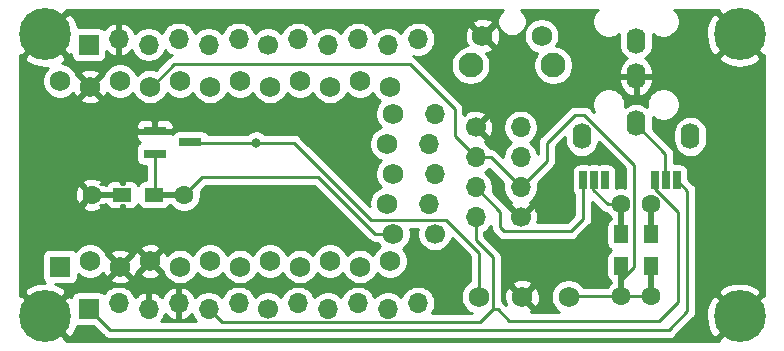
<source format=gbl>
G04 #@! TF.GenerationSoftware,KiCad,Pcbnew,(5.1.9)-1*
G04 #@! TF.CreationDate,2021-05-27T01:04:45-06:00*
G04 #@! TF.ProjectId,cga_proto_boards,6367615f-7072-46f7-946f-5f626f617264,rev?*
G04 #@! TF.SameCoordinates,Original*
G04 #@! TF.FileFunction,Copper,L2,Bot*
G04 #@! TF.FilePolarity,Positive*
%FSLAX46Y46*%
G04 Gerber Fmt 4.6, Leading zero omitted, Abs format (unit mm)*
G04 Created by KiCad (PCBNEW (5.1.9)-1) date 2021-05-27 01:04:45*
%MOMM*%
%LPD*%
G01*
G04 APERTURE LIST*
G04 #@! TA.AperFunction,ComponentPad*
%ADD10O,1.600000X2.200000*%
G04 #@! TD*
G04 #@! TA.AperFunction,ComponentPad*
%ADD11C,1.600000*%
G04 #@! TD*
G04 #@! TA.AperFunction,SMDPad,CuDef*
%ADD12R,0.500000X2.900000*%
G04 #@! TD*
G04 #@! TA.AperFunction,SMDPad,CuDef*
%ADD13R,1.200000X1.500000*%
G04 #@! TD*
G04 #@! TA.AperFunction,SMDPad,CuDef*
%ADD14R,2.900000X0.500000*%
G04 #@! TD*
G04 #@! TA.AperFunction,SMDPad,CuDef*
%ADD15R,1.500000X1.200000*%
G04 #@! TD*
G04 #@! TA.AperFunction,ComponentPad*
%ADD16C,2.100000*%
G04 #@! TD*
G04 #@! TA.AperFunction,ComponentPad*
%ADD17C,1.750000*%
G04 #@! TD*
G04 #@! TA.AperFunction,SMDPad,CuDef*
%ADD18R,0.700000X1.500000*%
G04 #@! TD*
G04 #@! TA.AperFunction,ComponentPad*
%ADD19C,0.400000*%
G04 #@! TD*
G04 #@! TA.AperFunction,ComponentPad*
%ADD20C,1.752600*%
G04 #@! TD*
G04 #@! TA.AperFunction,ComponentPad*
%ADD21C,0.700000*%
G04 #@! TD*
G04 #@! TA.AperFunction,ComponentPad*
%ADD22C,4.400000*%
G04 #@! TD*
G04 #@! TA.AperFunction,SMDPad,CuDef*
%ADD23R,1.900000X0.800000*%
G04 #@! TD*
G04 #@! TA.AperFunction,ComponentPad*
%ADD24R,1.752600X1.752600*%
G04 #@! TD*
G04 #@! TA.AperFunction,ComponentPad*
%ADD25O,1.700000X1.700000*%
G04 #@! TD*
G04 #@! TA.AperFunction,ComponentPad*
%ADD26C,1.700000*%
G04 #@! TD*
G04 #@! TA.AperFunction,ComponentPad*
%ADD27R,1.700000X1.700000*%
G04 #@! TD*
G04 #@! TA.AperFunction,ViaPad*
%ADD28C,0.800000*%
G04 #@! TD*
G04 #@! TA.AperFunction,Conductor*
%ADD29C,0.250000*%
G04 #@! TD*
G04 #@! TA.AperFunction,Conductor*
%ADD30C,0.254000*%
G04 #@! TD*
G04 #@! TA.AperFunction,Conductor*
%ADD31C,0.100000*%
G04 #@! TD*
G04 APERTURE END LIST*
D10*
G04 #@! TO.P,T1,3*
G04 #@! TO.N,GND*
X78994000Y-23726000D03*
G04 #@! TO.P,T1,4*
G04 #@! TO.N,VCC*
X78994000Y-20726000D03*
G04 #@! TO.P,T1,2*
G04 #@! TO.N,TRRS2*
X78994000Y-27726000D03*
G04 #@! TO.P,T1,1*
G04 #@! TO.N,TRRS1*
X74394000Y-28826000D03*
X83594000Y-28826000D03*
G04 #@! TD*
D11*
G04 #@! TO.P,RT2,1*
G04 #@! TO.N,VCC*
X77724000Y-42381000D03*
G04 #@! TO.P,RT2,2*
G04 #@! TO.N,TRRS1*
X77724000Y-34581000D03*
D12*
G04 #@! TO.P,RT2,1*
G04 #@! TO.N,VCC*
X77724000Y-40981000D03*
D13*
X77724000Y-39831000D03*
G04 #@! TO.P,RT2,2*
G04 #@! TO.N,TRRS1*
X77724000Y-37131000D03*
D12*
X77724000Y-35981000D03*
G04 #@! TD*
D11*
G04 #@! TO.P,RT1,1*
G04 #@! TO.N,VCC*
X80264000Y-42381000D03*
G04 #@! TO.P,RT1,2*
G04 #@! TO.N,TRRS2*
X80264000Y-34581000D03*
D12*
G04 #@! TO.P,RT1,1*
G04 #@! TO.N,VCC*
X80264000Y-40981000D03*
D13*
X80264000Y-39831000D03*
G04 #@! TO.P,RT1,2*
G04 #@! TO.N,TRRS2*
X80264000Y-37131000D03*
D12*
X80264000Y-35981000D03*
G04 #@! TD*
D11*
G04 #@! TO.P,RQ1,1*
G04 #@! TO.N,LEDs*
X40730000Y-33782000D03*
G04 #@! TO.P,RQ1,2*
G04 #@! TO.N,GND*
X32930000Y-33782000D03*
D14*
G04 #@! TO.P,RQ1,1*
G04 #@! TO.N,LEDs*
X39330000Y-33782000D03*
D15*
X38180000Y-33782000D03*
G04 #@! TO.P,RQ1,2*
G04 #@! TO.N,GND*
X35480000Y-33782000D03*
D14*
X34330000Y-33782000D03*
G04 #@! TD*
D16*
G04 #@! TO.P,Reset,*
G04 #@! TO.N,*
X71993000Y-22810000D03*
D17*
G04 #@! TO.P,Reset,1*
G04 #@! TO.N,RESET*
X70993000Y-20320000D03*
G04 #@! TO.P,Reset,2*
G04 #@! TO.N,GND*
X65993000Y-20320000D03*
D16*
G04 #@! TO.P,Reset,*
G04 #@! TO.N,*
X64983000Y-22810000D03*
G04 #@! TD*
D18*
G04 #@! TO.P,J2,3*
G04 #@! TO.N,TX*
X82434000Y-32512000D03*
G04 #@! TO.P,J2,2*
G04 #@! TO.N,TRRS2*
X81534000Y-32512000D03*
G04 #@! TO.P,J2,1*
G04 #@! TO.N,SDA*
X80634000Y-32512000D03*
D19*
G04 #@! TO.P,J2,3*
G04 #@! TO.N,TX*
X82434000Y-32512000D03*
G04 #@! TO.P,J2,2*
G04 #@! TO.N,TRRS2*
X81534000Y-32512000D03*
G04 #@! TO.P,J2,1*
G04 #@! TO.N,SDA*
X80634000Y-32512000D03*
G04 #@! TD*
D18*
G04 #@! TO.P,J1,3*
G04 #@! TO.N,RX*
X76338000Y-32512000D03*
G04 #@! TO.P,J1,2*
G04 #@! TO.N,TRRS1*
X75438000Y-32512000D03*
G04 #@! TO.P,J1,1*
G04 #@! TO.N,SCL*
X74538000Y-32512000D03*
D19*
G04 #@! TO.P,J1,3*
G04 #@! TO.N,RX*
X76338000Y-32512000D03*
G04 #@! TO.P,J1,2*
G04 #@! TO.N,TRRS1*
X75438000Y-32512000D03*
G04 #@! TO.P,J1,1*
G04 #@! TO.N,SCL*
X74538000Y-32512000D03*
G04 #@! TD*
D20*
G04 #@! TO.P,H3,1*
G04 #@! TO.N,VCC*
X73279000Y-42418000D03*
G04 #@! TD*
G04 #@! TO.P,H2,1*
G04 #@! TO.N,GND*
X69342000Y-42418000D03*
G04 #@! TD*
G04 #@! TO.P,H1,1*
G04 #@! TO.N,LEDsOut*
X65659000Y-42418000D03*
G04 #@! TD*
D21*
G04 #@! TO.P,Screw4,1*
G04 #@! TO.N,GND*
X30122726Y-42902274D03*
X28956000Y-42419000D03*
X27789274Y-42902274D03*
X27306000Y-44069000D03*
X27789274Y-45235726D03*
X28956000Y-45719000D03*
X30122726Y-45235726D03*
X30606000Y-44069000D03*
D22*
X28956000Y-44069000D03*
G04 #@! TD*
G04 #@! TO.P,Screw1,1*
G04 #@! TO.N,GND*
X28956000Y-20193000D03*
D21*
X30606000Y-20193000D03*
X30122726Y-21359726D03*
X28956000Y-21843000D03*
X27789274Y-21359726D03*
X27306000Y-20193000D03*
X27789274Y-19026274D03*
X28956000Y-18543000D03*
X30122726Y-19026274D03*
G04 #@! TD*
G04 #@! TO.P,Screw2,1*
G04 #@! TO.N,GND*
X88923726Y-19026274D03*
X87757000Y-18543000D03*
X86590274Y-19026274D03*
X86107000Y-20193000D03*
X86590274Y-21359726D03*
X87757000Y-21843000D03*
X88923726Y-21359726D03*
X89407000Y-20193000D03*
D22*
X87757000Y-20193000D03*
G04 #@! TD*
G04 #@! TO.P,Screw3,1*
G04 #@! TO.N,GND*
X87757000Y-44069000D03*
D21*
X89407000Y-44069000D03*
X88923726Y-45235726D03*
X87757000Y-45719000D03*
X86590274Y-45235726D03*
X86107000Y-44069000D03*
X86590274Y-42902274D03*
X87757000Y-42419000D03*
X88923726Y-42902274D03*
G04 #@! TD*
D23*
G04 #@! TO.P,Q1,3*
G04 #@! TO.N,LEDsOut*
X41251000Y-29337000D03*
G04 #@! TO.P,Q1,2*
G04 #@! TO.N,GND*
X38251000Y-28387000D03*
G04 #@! TO.P,Q1,1*
G04 #@! TO.N,LEDs*
X38251000Y-30287000D03*
G04 #@! TD*
D24*
G04 #@! TO.P,U1,1*
G04 #@! TO.N,TX*
X30226000Y-39852600D03*
D20*
G04 #@! TO.P,U1,2*
G04 #@! TO.N,RX*
X32766000Y-39395400D03*
G04 #@! TO.P,U1,3*
G04 #@! TO.N,GND*
X35306000Y-39852600D03*
G04 #@! TO.P,U1,4*
X37846000Y-39395400D03*
G04 #@! TO.P,U1,5*
G04 #@! TO.N,SDA*
X40386000Y-39852600D03*
G04 #@! TO.P,U1,6*
G04 #@! TO.N,SCL*
X42926000Y-39395400D03*
G04 #@! TO.P,U1,7*
G04 #@! TO.N,row0*
X45466000Y-39852600D03*
G04 #@! TO.P,U1,8*
G04 #@! TO.N,row1*
X48006000Y-39395400D03*
G04 #@! TO.P,U1,9*
G04 #@! TO.N,row2*
X50546000Y-39852600D03*
G04 #@! TO.P,U1,10*
G04 #@! TO.N,row3*
X53086000Y-39395400D03*
G04 #@! TO.P,U1,11*
G04 #@! TO.N,row4*
X55626000Y-39852600D03*
G04 #@! TO.P,U1,13*
G04 #@! TO.N,col7*
X58166000Y-24612600D03*
G04 #@! TO.P,U1,14*
G04 #@! TO.N,col6*
X55626000Y-24155400D03*
G04 #@! TO.P,U1,15*
G04 #@! TO.N,col5*
X53086000Y-24612600D03*
G04 #@! TO.P,U1,16*
G04 #@! TO.N,col4*
X50546000Y-24155400D03*
G04 #@! TO.P,U1,17*
G04 #@! TO.N,col3*
X48006000Y-24612600D03*
G04 #@! TO.P,U1,18*
G04 #@! TO.N,col2*
X45466000Y-24155400D03*
G04 #@! TO.P,U1,19*
G04 #@! TO.N,col1*
X42926000Y-24612600D03*
G04 #@! TO.P,U1,20*
G04 #@! TO.N,col0*
X40386000Y-24155400D03*
G04 #@! TO.P,U1,21*
G04 #@! TO.N,VCC*
X37846000Y-24612600D03*
G04 #@! TO.P,U1,22*
G04 #@! TO.N,RESET*
X35306000Y-24155400D03*
G04 #@! TO.P,U1,23*
G04 #@! TO.N,GND*
X32766000Y-24612600D03*
G04 #@! TO.P,U1,12*
G04 #@! TO.N,RGB*
X58166000Y-39395400D03*
G04 #@! TO.P,U1,24*
G04 #@! TO.N,Net-(U1-Pad24)*
X30226000Y-24155400D03*
G04 #@! TO.P,U1,29*
G04 #@! TO.N,encoder2b*
X58394600Y-26924000D03*
G04 #@! TO.P,U1,28*
G04 #@! TO.N,encoder2a*
X57937400Y-29464000D03*
G04 #@! TO.P,U1,27*
G04 #@! TO.N,encoder1b*
X58394600Y-32004000D03*
G04 #@! TO.P,U1,26*
G04 #@! TO.N,encoder1a*
X57937400Y-34544000D03*
G04 #@! TO.P,U1,25*
G04 #@! TO.N,LEDs*
X58394600Y-37084000D03*
G04 #@! TD*
D25*
G04 #@! TO.P,O2,4*
G04 #@! TO.N,SDA*
X69215000Y-28067000D03*
G04 #@! TO.P,O2,3*
G04 #@! TO.N,SCL*
X69215000Y-30607000D03*
G04 #@! TO.P,O2,2*
G04 #@! TO.N,VCC*
X69215000Y-33147000D03*
D26*
G04 #@! TO.P,O2,1*
G04 #@! TO.N,GND*
X69215000Y-35687000D03*
G04 #@! TD*
D25*
G04 #@! TO.P,O1,4*
G04 #@! TO.N,SDA*
X65405000Y-35687000D03*
G04 #@! TO.P,O1,3*
G04 #@! TO.N,SCL*
X65405000Y-33147000D03*
G04 #@! TO.P,O1,2*
G04 #@! TO.N,VCC*
X65405000Y-30607000D03*
D26*
G04 #@! TO.P,O1,1*
G04 #@! TO.N,GND*
X65405000Y-28067000D03*
G04 #@! TD*
D25*
G04 #@! TO.P,Cs2,9*
G04 #@! TO.N,col4*
X52909000Y-21056600D03*
G04 #@! TO.P,Cs2,12*
G04 #@! TO.N,col7*
X60529000Y-20599400D03*
D26*
G04 #@! TO.P,Cs2,7*
G04 #@! TO.N,col2*
X47829000Y-21056600D03*
D25*
G04 #@! TO.P,Cs2,11*
G04 #@! TO.N,col6*
X57989000Y-21056600D03*
G04 #@! TO.P,Cs2,8*
G04 #@! TO.N,col3*
X50369000Y-20599400D03*
G04 #@! TO.P,Cs2,10*
G04 #@! TO.N,col5*
X55449000Y-20599400D03*
G04 #@! TO.P,Cs2,6*
G04 #@! TO.N,col1*
X45339000Y-20599400D03*
G04 #@! TO.P,Cs2,5*
G04 #@! TO.N,col0*
X42799000Y-21056600D03*
G04 #@! TO.P,Cs2,4*
G04 #@! TO.N,VCC*
X40259000Y-20599400D03*
G04 #@! TO.P,Cs2,3*
G04 #@! TO.N,RESET*
X37719000Y-21056600D03*
G04 #@! TO.P,Cs2,2*
G04 #@! TO.N,GND*
X35179000Y-20599400D03*
D27*
G04 #@! TO.P,Cs2,1*
G04 #@! TO.N,Net-(Cs2-Pad1)*
X32639000Y-21056600D03*
G04 #@! TD*
D25*
G04 #@! TO.P,Cs1,9*
G04 #@! TO.N,row2*
X52909000Y-43408600D03*
G04 #@! TO.P,Cs1,12*
G04 #@! TO.N,RGB*
X60529000Y-42951400D03*
D26*
G04 #@! TO.P,Cs1,7*
G04 #@! TO.N,row0*
X47829000Y-43408600D03*
D25*
G04 #@! TO.P,Cs1,11*
G04 #@! TO.N,row4*
X57989000Y-43408600D03*
G04 #@! TO.P,Cs1,8*
G04 #@! TO.N,row1*
X50369000Y-42951400D03*
G04 #@! TO.P,Cs1,10*
G04 #@! TO.N,row3*
X55449000Y-42951400D03*
G04 #@! TO.P,Cs1,6*
G04 #@! TO.N,SCL*
X45339000Y-42951400D03*
G04 #@! TO.P,Cs1,5*
G04 #@! TO.N,SDA*
X42799000Y-43408600D03*
G04 #@! TO.P,Cs1,4*
G04 #@! TO.N,GND*
X40259000Y-42951400D03*
G04 #@! TO.P,Cs1,3*
X37719000Y-43408600D03*
G04 #@! TO.P,Cs1,2*
G04 #@! TO.N,RX*
X35179000Y-42951400D03*
D27*
G04 #@! TO.P,Cs1,1*
G04 #@! TO.N,TX*
X32639000Y-43408600D03*
G04 #@! TD*
D25*
G04 #@! TO.P,Cb1,5*
G04 #@! TO.N,encoder2b*
X61950600Y-26924000D03*
G04 #@! TO.P,Cb1,4*
G04 #@! TO.N,encoder2a*
X61493400Y-29464000D03*
G04 #@! TO.P,Cb1,3*
G04 #@! TO.N,encoder1b*
X61950600Y-32004000D03*
G04 #@! TO.P,Cb1,2*
G04 #@! TO.N,encoder1a*
X61493400Y-34544000D03*
D26*
G04 #@! TO.P,Cb1,1*
G04 #@! TO.N,LEDs*
X61950600Y-37084000D03*
G04 #@! TD*
D28*
G04 #@! TO.N,GND*
X75565000Y-37306250D03*
X73025000Y-34925000D03*
X51593750Y-34925000D03*
G04 #@! TO.N,LEDsOut*
X46831250Y-29368750D03*
G04 #@! TD*
D29*
G04 #@! TO.N,LEDs*
X38251000Y-33711000D02*
X38180000Y-33782000D01*
X38251000Y-30287000D02*
X38251000Y-33711000D01*
X42254000Y-32258000D02*
X40730000Y-33782000D01*
X52070000Y-32258000D02*
X42254000Y-32258000D01*
X56896000Y-37084000D02*
X52070000Y-32258000D01*
X58521600Y-37084000D02*
X56896000Y-37084000D01*
G04 #@! TO.N,SCL*
X69562840Y-30607000D02*
X69215000Y-30607000D01*
X65405000Y-33147000D02*
X67468750Y-35210750D01*
X67468750Y-35210750D02*
X67468750Y-36512500D01*
X67818251Y-36862001D02*
X73469249Y-36862001D01*
X67468750Y-36512500D02*
X67818251Y-36862001D01*
X74538000Y-35793250D02*
X74538000Y-32512000D01*
X73469249Y-36862001D02*
X74538000Y-35793250D01*
G04 #@! TO.N,SDA*
X80576000Y-32512000D02*
X80576000Y-32314590D01*
X66860301Y-43470949D02*
X66860301Y-39079051D01*
X65747649Y-44583601D02*
X66860301Y-43470949D01*
X43974001Y-44583601D02*
X42799000Y-43408600D01*
X65747649Y-44583601D02*
X43974001Y-44583601D01*
X66860301Y-39079051D02*
X65405000Y-37623750D01*
X65405000Y-37623750D02*
X65405000Y-35687000D01*
X82550000Y-35213002D02*
X80634000Y-33297002D01*
X80634000Y-33297002D02*
X80634000Y-32512000D01*
X82550000Y-42862500D02*
X82550000Y-35213002D01*
X80962500Y-44450000D02*
X82550000Y-42862500D01*
X68262500Y-44450000D02*
X80962500Y-44450000D01*
X67283449Y-43470949D02*
X68262500Y-44450000D01*
X66860301Y-43470949D02*
X67283449Y-43470949D01*
G04 #@! TO.N,GND*
X35433000Y-33829000D02*
X35480000Y-33782000D01*
X35499000Y-33763000D02*
X35480000Y-33782000D01*
X69342000Y-35814000D02*
X69215000Y-35687000D01*
G04 #@! TO.N,TRRS2*
X81476000Y-30335000D02*
X78867000Y-27726000D01*
X81476000Y-32512000D02*
X81476000Y-30335000D01*
G04 #@! TO.N,TRRS1*
X75380000Y-33368370D02*
X75380000Y-32512000D01*
X76592630Y-34581000D02*
X75380000Y-33368370D01*
X77724000Y-34581000D02*
X76592630Y-34581000D01*
G04 #@! TO.N,VCC*
X66675000Y-30607000D02*
X69215000Y-33147000D01*
X65405000Y-30607000D02*
X66675000Y-30607000D01*
X63627000Y-28829000D02*
X65405000Y-30607000D01*
X63627000Y-26543000D02*
X63627000Y-28829000D01*
X59817000Y-22733000D02*
X63627000Y-26543000D01*
X39852600Y-22733000D02*
X59817000Y-22733000D01*
X37973000Y-24612600D02*
X39852600Y-22733000D01*
X71437500Y-30924500D02*
X69215000Y-33147000D01*
X71437500Y-29368750D02*
X71437500Y-30924500D01*
X73818750Y-26987500D02*
X71437500Y-29368750D01*
X74612500Y-26987500D02*
X73818750Y-26987500D01*
X78849001Y-31224001D02*
X74612500Y-26987500D01*
X78849001Y-39855999D02*
X78849001Y-31224001D01*
X77724000Y-40981000D02*
X78849001Y-39855999D01*
X80264000Y-42381000D02*
X77724000Y-42381000D01*
X73316000Y-42381000D02*
X73279000Y-42418000D01*
X77724000Y-42381000D02*
X73316000Y-42381000D01*
G04 #@! TO.N,LEDsOut*
X65659000Y-42418000D02*
X65659000Y-38671500D01*
X62870199Y-35882699D02*
X56520199Y-35882699D01*
X65659000Y-38671500D02*
X62870199Y-35882699D01*
X56520199Y-35882699D02*
X50006250Y-29368750D01*
X41282750Y-29368750D02*
X41251000Y-29337000D01*
X50006250Y-29368750D02*
X46831250Y-29368750D01*
X46831250Y-29368750D02*
X41282750Y-29368750D01*
G04 #@! TO.N,TX*
X34474150Y-45243750D02*
X32639000Y-43408600D01*
X80168750Y-45243750D02*
X34474150Y-45243750D01*
X82376000Y-32512000D02*
X82426000Y-32562000D01*
X80168750Y-45243750D02*
X81756250Y-45243750D01*
X81756250Y-45243750D02*
X83343750Y-43656250D01*
X83343750Y-33421750D02*
X82434000Y-32512000D01*
X83343750Y-43656250D02*
X83343750Y-33421750D01*
G04 #@! TD*
D30*
G04 #@! TO.N,GND*
X67705733Y-18150713D02*
X67533713Y-18322733D01*
X67398557Y-18525008D01*
X67305460Y-18749764D01*
X67258000Y-18988363D01*
X67258000Y-19231637D01*
X67305460Y-19470236D01*
X67398557Y-19694992D01*
X67533713Y-19897267D01*
X67705733Y-20069287D01*
X67908008Y-20204443D01*
X68132764Y-20297540D01*
X68371363Y-20345000D01*
X68614637Y-20345000D01*
X68853236Y-20297540D01*
X69077992Y-20204443D01*
X69127626Y-20171278D01*
X69483000Y-20171278D01*
X69483000Y-20468722D01*
X69541029Y-20760451D01*
X69654856Y-21035253D01*
X69820107Y-21282569D01*
X70030431Y-21492893D01*
X70277747Y-21658144D01*
X70552549Y-21771971D01*
X70647444Y-21790847D01*
X70499772Y-22011853D01*
X70372754Y-22318504D01*
X70308000Y-22644042D01*
X70308000Y-22975958D01*
X70372754Y-23301496D01*
X70499772Y-23608147D01*
X70684175Y-23884125D01*
X70918875Y-24118825D01*
X71194853Y-24303228D01*
X71501504Y-24430246D01*
X71827042Y-24495000D01*
X72158958Y-24495000D01*
X72484496Y-24430246D01*
X72791147Y-24303228D01*
X73067125Y-24118825D01*
X73301825Y-23884125D01*
X73322622Y-23853000D01*
X77559000Y-23853000D01*
X77559000Y-24153000D01*
X77611350Y-24430514D01*
X77716834Y-24692483D01*
X77871399Y-24928839D01*
X78069105Y-25130500D01*
X78302354Y-25289715D01*
X78562182Y-25400367D01*
X78644961Y-25417904D01*
X78867000Y-25295915D01*
X78867000Y-23853000D01*
X79121000Y-23853000D01*
X79121000Y-25295915D01*
X79343039Y-25417904D01*
X79425818Y-25400367D01*
X79685646Y-25289715D01*
X79918895Y-25130500D01*
X80116601Y-24928839D01*
X80271166Y-24692483D01*
X80376650Y-24430514D01*
X80429000Y-24153000D01*
X80429000Y-23853000D01*
X79121000Y-23853000D01*
X78867000Y-23853000D01*
X77559000Y-23853000D01*
X73322622Y-23853000D01*
X73486228Y-23608147D01*
X73613246Y-23301496D01*
X73678000Y-22975958D01*
X73678000Y-22644042D01*
X73613246Y-22318504D01*
X73486228Y-22011853D01*
X73301825Y-21735875D01*
X73067125Y-21501175D01*
X72791147Y-21316772D01*
X72484496Y-21189754D01*
X72258012Y-21144703D01*
X72331144Y-21035253D01*
X72444971Y-20760451D01*
X72503000Y-20468722D01*
X72503000Y-20171278D01*
X72444971Y-19879549D01*
X72331144Y-19604747D01*
X72165893Y-19357431D01*
X71955569Y-19147107D01*
X71708253Y-18981856D01*
X71433451Y-18868029D01*
X71141722Y-18810000D01*
X70844278Y-18810000D01*
X70552549Y-18868029D01*
X70277747Y-18981856D01*
X70030431Y-19147107D01*
X69820107Y-19357431D01*
X69654856Y-19604747D01*
X69541029Y-19879549D01*
X69483000Y-20171278D01*
X69127626Y-20171278D01*
X69280267Y-20069287D01*
X69452287Y-19897267D01*
X69587443Y-19694992D01*
X69680540Y-19470236D01*
X69728000Y-19231637D01*
X69728000Y-18988363D01*
X69680540Y-18749764D01*
X69587443Y-18525008D01*
X69452287Y-18322733D01*
X69280267Y-18150713D01*
X69238043Y-18122500D01*
X75738815Y-18122500D01*
X75618201Y-18243114D01*
X75466629Y-18469957D01*
X75362225Y-18722011D01*
X75309000Y-18989589D01*
X75309000Y-19262411D01*
X75362225Y-19529989D01*
X75466629Y-19782043D01*
X75618201Y-20008886D01*
X75811114Y-20201799D01*
X76037957Y-20353371D01*
X76290011Y-20457775D01*
X76557589Y-20511000D01*
X76830411Y-20511000D01*
X77097989Y-20457775D01*
X77350043Y-20353371D01*
X77573946Y-20203764D01*
X77559000Y-20355509D01*
X77559000Y-21096492D01*
X77579764Y-21307309D01*
X77661818Y-21577808D01*
X77795068Y-21827101D01*
X77974393Y-22045608D01*
X78192900Y-22224932D01*
X78202814Y-22230231D01*
X78069105Y-22321500D01*
X77871399Y-22523161D01*
X77716834Y-22759517D01*
X77611350Y-23021486D01*
X77559000Y-23299000D01*
X77559000Y-23599000D01*
X78867000Y-23599000D01*
X78867000Y-23579000D01*
X79121000Y-23579000D01*
X79121000Y-23599000D01*
X80429000Y-23599000D01*
X80429000Y-23299000D01*
X80376650Y-23021486D01*
X80271166Y-22759517D01*
X80116601Y-22523161D01*
X79918895Y-22321500D01*
X79785187Y-22230231D01*
X79795101Y-22224932D01*
X79846469Y-22182775D01*
X85946830Y-22182775D01*
X86186976Y-22570018D01*
X86680877Y-22830641D01*
X87216133Y-22989901D01*
X87772174Y-23041678D01*
X88327632Y-22983981D01*
X88861161Y-22819028D01*
X89327024Y-22570018D01*
X89567170Y-22182775D01*
X87757000Y-20372605D01*
X85946830Y-22182775D01*
X79846469Y-22182775D01*
X80013608Y-22045608D01*
X80192932Y-21827101D01*
X80326182Y-21577808D01*
X80408236Y-21307308D01*
X80429000Y-21096491D01*
X80429000Y-20355508D01*
X80414054Y-20203764D01*
X80637957Y-20353371D01*
X80890011Y-20457775D01*
X81157589Y-20511000D01*
X81430411Y-20511000D01*
X81697989Y-20457775D01*
X81950043Y-20353371D01*
X82167345Y-20208174D01*
X84908322Y-20208174D01*
X84966019Y-20763632D01*
X85130972Y-21297161D01*
X85379982Y-21763024D01*
X85767225Y-22003170D01*
X87577395Y-20193000D01*
X85767225Y-18382830D01*
X85379982Y-18622976D01*
X85119359Y-19116877D01*
X84960099Y-19652133D01*
X84908322Y-20208174D01*
X82167345Y-20208174D01*
X82176886Y-20201799D01*
X82369799Y-20008886D01*
X82521371Y-19782043D01*
X82625775Y-19529989D01*
X82679000Y-19262411D01*
X82679000Y-18989589D01*
X82625775Y-18722011D01*
X82521371Y-18469957D01*
X82369799Y-18243114D01*
X82249185Y-18122500D01*
X85996891Y-18122500D01*
X85946830Y-18203225D01*
X87757000Y-20013395D01*
X87771143Y-19999253D01*
X87950748Y-20178858D01*
X87936605Y-20193000D01*
X89746775Y-22003170D01*
X89827501Y-21953108D01*
X89827500Y-42308891D01*
X89746775Y-42258830D01*
X87936605Y-44069000D01*
X87950748Y-44083143D01*
X87771143Y-44262748D01*
X87757000Y-44248605D01*
X85946830Y-46058775D01*
X86016581Y-46171250D01*
X30696419Y-46171250D01*
X30766170Y-46058775D01*
X28956000Y-44248605D01*
X28941858Y-44262748D01*
X28762253Y-44083143D01*
X28776395Y-44069000D01*
X29135605Y-44069000D01*
X30945775Y-45879170D01*
X31333018Y-45639024D01*
X31593641Y-45145123D01*
X31671022Y-44885053D01*
X31789000Y-44896672D01*
X33052270Y-44896672D01*
X33910351Y-45754753D01*
X33934149Y-45783751D01*
X33963147Y-45807549D01*
X34049873Y-45878724D01*
X34148602Y-45931496D01*
X34181903Y-45949296D01*
X34325164Y-45992753D01*
X34436817Y-46003750D01*
X34436827Y-46003750D01*
X34474149Y-46007426D01*
X34511472Y-46003750D01*
X81718928Y-46003750D01*
X81756250Y-46007426D01*
X81793572Y-46003750D01*
X81793583Y-46003750D01*
X81905236Y-45992753D01*
X82048497Y-45949296D01*
X82180526Y-45878724D01*
X82296251Y-45783751D01*
X82320054Y-45754747D01*
X83854754Y-44220048D01*
X83883751Y-44196251D01*
X83915345Y-44157754D01*
X83975730Y-44084174D01*
X84908322Y-44084174D01*
X84966019Y-44639632D01*
X85130972Y-45173161D01*
X85379982Y-45639024D01*
X85767225Y-45879170D01*
X87577395Y-44069000D01*
X85767225Y-42258830D01*
X85379982Y-42498976D01*
X85119359Y-42992877D01*
X84960099Y-43528133D01*
X84908322Y-44084174D01*
X83975730Y-44084174D01*
X83978724Y-44080527D01*
X84049296Y-43948497D01*
X84058061Y-43919602D01*
X84092753Y-43805236D01*
X84103750Y-43693583D01*
X84103750Y-43693574D01*
X84107426Y-43656251D01*
X84103750Y-43618928D01*
X84103750Y-42079225D01*
X85946830Y-42079225D01*
X87757000Y-43889395D01*
X89567170Y-42079225D01*
X89327024Y-41691982D01*
X88833123Y-41431359D01*
X88297867Y-41272099D01*
X87741826Y-41220322D01*
X87186368Y-41278019D01*
X86652839Y-41442972D01*
X86186976Y-41691982D01*
X85946830Y-42079225D01*
X84103750Y-42079225D01*
X84103750Y-33459075D01*
X84107426Y-33421750D01*
X84103750Y-33384425D01*
X84103750Y-33384417D01*
X84092753Y-33272764D01*
X84049296Y-33129503D01*
X83978724Y-32997474D01*
X83883751Y-32881749D01*
X83854753Y-32857951D01*
X83422072Y-32425271D01*
X83422072Y-31762000D01*
X83409812Y-31637518D01*
X83373502Y-31517820D01*
X83314537Y-31407506D01*
X83235185Y-31310815D01*
X83138494Y-31231463D01*
X83028180Y-31172498D01*
X82908482Y-31136188D01*
X82784000Y-31123928D01*
X82236000Y-31123928D01*
X82236000Y-30372322D01*
X82239676Y-30334999D01*
X82236000Y-30297676D01*
X82236000Y-30297667D01*
X82225003Y-30186014D01*
X82181546Y-30042753D01*
X82110974Y-29910724D01*
X82016001Y-29794999D01*
X81987003Y-29771201D01*
X80671311Y-28455509D01*
X82159000Y-28455509D01*
X82159000Y-29196492D01*
X82179764Y-29407309D01*
X82261818Y-29677808D01*
X82395068Y-29927101D01*
X82574393Y-30145608D01*
X82792900Y-30324932D01*
X83042193Y-30458182D01*
X83312692Y-30540236D01*
X83594000Y-30567943D01*
X83875309Y-30540236D01*
X84145808Y-30458182D01*
X84395101Y-30324932D01*
X84613608Y-30145608D01*
X84792932Y-29927101D01*
X84926182Y-29677808D01*
X85008236Y-29407308D01*
X85029000Y-29196491D01*
X85029000Y-28455508D01*
X85008236Y-28244691D01*
X84926182Y-27974192D01*
X84792932Y-27724899D01*
X84613607Y-27506392D01*
X84395100Y-27327068D01*
X84145807Y-27193818D01*
X83875308Y-27111764D01*
X83594000Y-27084057D01*
X83312691Y-27111764D01*
X83042192Y-27193818D01*
X82792899Y-27327068D01*
X82574392Y-27506393D01*
X82395068Y-27724900D01*
X82261818Y-27974193D01*
X82179764Y-28244692D01*
X82159000Y-28455509D01*
X80671311Y-28455509D01*
X80418536Y-28202734D01*
X80429000Y-28096491D01*
X80429000Y-27355508D01*
X80414054Y-27203764D01*
X80637957Y-27353371D01*
X80890011Y-27457775D01*
X81157589Y-27511000D01*
X81430411Y-27511000D01*
X81697989Y-27457775D01*
X81950043Y-27353371D01*
X82176886Y-27201799D01*
X82369799Y-27008886D01*
X82521371Y-26782043D01*
X82625775Y-26529989D01*
X82679000Y-26262411D01*
X82679000Y-25989589D01*
X82625775Y-25722011D01*
X82521371Y-25469957D01*
X82369799Y-25243114D01*
X82176886Y-25050201D01*
X81950043Y-24898629D01*
X81697989Y-24794225D01*
X81430411Y-24741000D01*
X81157589Y-24741000D01*
X80890011Y-24794225D01*
X80637957Y-24898629D01*
X80411114Y-25050201D01*
X80218201Y-25243114D01*
X80066629Y-25469957D01*
X79962225Y-25722011D01*
X79909000Y-25989589D01*
X79909000Y-26262411D01*
X79922819Y-26331884D01*
X79795100Y-26227068D01*
X79545807Y-26093818D01*
X79275308Y-26011764D01*
X78994000Y-25984057D01*
X78712691Y-26011764D01*
X78442192Y-26093818D01*
X78192899Y-26227068D01*
X78065181Y-26331884D01*
X78079000Y-26262411D01*
X78079000Y-25989589D01*
X78025775Y-25722011D01*
X77921371Y-25469957D01*
X77769799Y-25243114D01*
X77576886Y-25050201D01*
X77350043Y-24898629D01*
X77097989Y-24794225D01*
X76830411Y-24741000D01*
X76557589Y-24741000D01*
X76290011Y-24794225D01*
X76037957Y-24898629D01*
X75811114Y-25050201D01*
X75618201Y-25243114D01*
X75466629Y-25469957D01*
X75362225Y-25722011D01*
X75309000Y-25989589D01*
X75309000Y-26262411D01*
X75362225Y-26529989D01*
X75455870Y-26756069D01*
X75176304Y-26476503D01*
X75152501Y-26447499D01*
X75036776Y-26352526D01*
X74904747Y-26281954D01*
X74761486Y-26238497D01*
X74649833Y-26227500D01*
X74649822Y-26227500D01*
X74612500Y-26223824D01*
X74575178Y-26227500D01*
X73856072Y-26227500D01*
X73818749Y-26223824D01*
X73781426Y-26227500D01*
X73781417Y-26227500D01*
X73669764Y-26238497D01*
X73526503Y-26281954D01*
X73394473Y-26352526D01*
X73343919Y-26394015D01*
X73278749Y-26447499D01*
X73254951Y-26476497D01*
X70926503Y-28804946D01*
X70897499Y-28828749D01*
X70866655Y-28866333D01*
X70802526Y-28944474D01*
X70748925Y-29044754D01*
X70731954Y-29076504D01*
X70688497Y-29219765D01*
X70677500Y-29331418D01*
X70677500Y-29331428D01*
X70673824Y-29368750D01*
X70677500Y-29406073D01*
X70677501Y-30347629D01*
X70642932Y-30173842D01*
X70530990Y-29903589D01*
X70368475Y-29660368D01*
X70161632Y-29453525D01*
X69987240Y-29337000D01*
X70161632Y-29220475D01*
X70368475Y-29013632D01*
X70530990Y-28770411D01*
X70642932Y-28500158D01*
X70700000Y-28213260D01*
X70700000Y-27920740D01*
X70642932Y-27633842D01*
X70530990Y-27363589D01*
X70368475Y-27120368D01*
X70161632Y-26913525D01*
X69918411Y-26751010D01*
X69648158Y-26639068D01*
X69361260Y-26582000D01*
X69068740Y-26582000D01*
X68781842Y-26639068D01*
X68511589Y-26751010D01*
X68268368Y-26913525D01*
X68061525Y-27120368D01*
X67899010Y-27363589D01*
X67787068Y-27633842D01*
X67730000Y-27920740D01*
X67730000Y-28213260D01*
X67787068Y-28500158D01*
X67899010Y-28770411D01*
X68061525Y-29013632D01*
X68268368Y-29220475D01*
X68442760Y-29337000D01*
X68268368Y-29453525D01*
X68061525Y-29660368D01*
X67899010Y-29903589D01*
X67787068Y-30173842D01*
X67730000Y-30460740D01*
X67730000Y-30587199D01*
X67238804Y-30096003D01*
X67215001Y-30066999D01*
X67099276Y-29972026D01*
X66967247Y-29901454D01*
X66823986Y-29857997D01*
X66712333Y-29847000D01*
X66712322Y-29847000D01*
X66681125Y-29843927D01*
X66558475Y-29660368D01*
X66351632Y-29453525D01*
X66178271Y-29337689D01*
X66253792Y-29095397D01*
X65405000Y-28246605D01*
X65390858Y-28260748D01*
X65211253Y-28081143D01*
X65225395Y-28067000D01*
X65584605Y-28067000D01*
X66433397Y-28915792D01*
X66682472Y-28838157D01*
X66808371Y-28574117D01*
X66880339Y-28290589D01*
X66895611Y-27998469D01*
X66853599Y-27708981D01*
X66755919Y-27433253D01*
X66682472Y-27295843D01*
X66433397Y-27218208D01*
X65584605Y-28067000D01*
X65225395Y-28067000D01*
X65211253Y-28052858D01*
X65390858Y-27873253D01*
X65405000Y-27887395D01*
X66253792Y-27038603D01*
X66176157Y-26789528D01*
X65912117Y-26663629D01*
X65628589Y-26591661D01*
X65336469Y-26576389D01*
X65046981Y-26618401D01*
X64771253Y-26716081D01*
X64633843Y-26789528D01*
X64556209Y-27038601D01*
X64440104Y-26922496D01*
X64387000Y-26975600D01*
X64387000Y-26580325D01*
X64390676Y-26543000D01*
X64387000Y-26505675D01*
X64387000Y-26505667D01*
X64376003Y-26394014D01*
X64332546Y-26250753D01*
X64261974Y-26118724D01*
X64167001Y-26002999D01*
X64138004Y-25979202D01*
X60802844Y-22644042D01*
X63298000Y-22644042D01*
X63298000Y-22975958D01*
X63362754Y-23301496D01*
X63489772Y-23608147D01*
X63674175Y-23884125D01*
X63908875Y-24118825D01*
X64184853Y-24303228D01*
X64491504Y-24430246D01*
X64817042Y-24495000D01*
X65148958Y-24495000D01*
X65474496Y-24430246D01*
X65781147Y-24303228D01*
X66057125Y-24118825D01*
X66291825Y-23884125D01*
X66476228Y-23608147D01*
X66603246Y-23301496D01*
X66668000Y-22975958D01*
X66668000Y-22644042D01*
X66603246Y-22318504D01*
X66476228Y-22011853D01*
X66332487Y-21796730D01*
X66354963Y-21793501D01*
X66635474Y-21694572D01*
X66778975Y-21617868D01*
X66859635Y-21366240D01*
X65993000Y-20499605D01*
X65978858Y-20513748D01*
X65799253Y-20334143D01*
X65813395Y-20320000D01*
X66172605Y-20320000D01*
X67039240Y-21186635D01*
X67290868Y-21105975D01*
X67419267Y-20837671D01*
X67492855Y-20549474D01*
X67508804Y-20252457D01*
X67466501Y-19958037D01*
X67367572Y-19677526D01*
X67290868Y-19534025D01*
X67039240Y-19453365D01*
X66172605Y-20320000D01*
X65813395Y-20320000D01*
X64946760Y-19453365D01*
X64695132Y-19534025D01*
X64566733Y-19802329D01*
X64493145Y-20090526D01*
X64477196Y-20387543D01*
X64519499Y-20681963D01*
X64618428Y-20962474D01*
X64695132Y-21105975D01*
X64778438Y-21132679D01*
X64491504Y-21189754D01*
X64184853Y-21316772D01*
X63908875Y-21501175D01*
X63674175Y-21735875D01*
X63489772Y-22011853D01*
X63362754Y-22318504D01*
X63298000Y-22644042D01*
X60802844Y-22644042D01*
X60380804Y-22222003D01*
X60357001Y-22192999D01*
X60241276Y-22098026D01*
X60116829Y-22031507D01*
X60382740Y-22084400D01*
X60675260Y-22084400D01*
X60962158Y-22027332D01*
X61232411Y-21915390D01*
X61475632Y-21752875D01*
X61682475Y-21546032D01*
X61844990Y-21302811D01*
X61956932Y-21032558D01*
X62014000Y-20745660D01*
X62014000Y-20453140D01*
X61956932Y-20166242D01*
X61844990Y-19895989D01*
X61682475Y-19652768D01*
X61475632Y-19445925D01*
X61232411Y-19283410D01*
X61209114Y-19273760D01*
X65126365Y-19273760D01*
X65993000Y-20140395D01*
X66859635Y-19273760D01*
X66778975Y-19022132D01*
X66510671Y-18893733D01*
X66222474Y-18820145D01*
X65925457Y-18804196D01*
X65631037Y-18846499D01*
X65350526Y-18945428D01*
X65207025Y-19022132D01*
X65126365Y-19273760D01*
X61209114Y-19273760D01*
X60962158Y-19171468D01*
X60675260Y-19114400D01*
X60382740Y-19114400D01*
X60095842Y-19171468D01*
X59825589Y-19283410D01*
X59582368Y-19445925D01*
X59375525Y-19652768D01*
X59213010Y-19895989D01*
X59129678Y-20097171D01*
X58935632Y-19903125D01*
X58692411Y-19740610D01*
X58422158Y-19628668D01*
X58135260Y-19571600D01*
X57842740Y-19571600D01*
X57555842Y-19628668D01*
X57285589Y-19740610D01*
X57042368Y-19903125D01*
X56848322Y-20097171D01*
X56764990Y-19895989D01*
X56602475Y-19652768D01*
X56395632Y-19445925D01*
X56152411Y-19283410D01*
X55882158Y-19171468D01*
X55595260Y-19114400D01*
X55302740Y-19114400D01*
X55015842Y-19171468D01*
X54745589Y-19283410D01*
X54502368Y-19445925D01*
X54295525Y-19652768D01*
X54133010Y-19895989D01*
X54049678Y-20097171D01*
X53855632Y-19903125D01*
X53612411Y-19740610D01*
X53342158Y-19628668D01*
X53055260Y-19571600D01*
X52762740Y-19571600D01*
X52475842Y-19628668D01*
X52205589Y-19740610D01*
X51962368Y-19903125D01*
X51768322Y-20097171D01*
X51684990Y-19895989D01*
X51522475Y-19652768D01*
X51315632Y-19445925D01*
X51072411Y-19283410D01*
X50802158Y-19171468D01*
X50515260Y-19114400D01*
X50222740Y-19114400D01*
X49935842Y-19171468D01*
X49665589Y-19283410D01*
X49422368Y-19445925D01*
X49215525Y-19652768D01*
X49053010Y-19895989D01*
X48969678Y-20097171D01*
X48775632Y-19903125D01*
X48532411Y-19740610D01*
X48262158Y-19628668D01*
X47975260Y-19571600D01*
X47682740Y-19571600D01*
X47395842Y-19628668D01*
X47125589Y-19740610D01*
X46882368Y-19903125D01*
X46723677Y-20061816D01*
X46654990Y-19895989D01*
X46492475Y-19652768D01*
X46285632Y-19445925D01*
X46042411Y-19283410D01*
X45772158Y-19171468D01*
X45485260Y-19114400D01*
X45192740Y-19114400D01*
X44905842Y-19171468D01*
X44635589Y-19283410D01*
X44392368Y-19445925D01*
X44185525Y-19652768D01*
X44023010Y-19895989D01*
X43939678Y-20097171D01*
X43745632Y-19903125D01*
X43502411Y-19740610D01*
X43232158Y-19628668D01*
X42945260Y-19571600D01*
X42652740Y-19571600D01*
X42365842Y-19628668D01*
X42095589Y-19740610D01*
X41852368Y-19903125D01*
X41658322Y-20097171D01*
X41574990Y-19895989D01*
X41412475Y-19652768D01*
X41205632Y-19445925D01*
X40962411Y-19283410D01*
X40692158Y-19171468D01*
X40405260Y-19114400D01*
X40112740Y-19114400D01*
X39825842Y-19171468D01*
X39555589Y-19283410D01*
X39312368Y-19445925D01*
X39105525Y-19652768D01*
X38943010Y-19895989D01*
X38859678Y-20097171D01*
X38665632Y-19903125D01*
X38422411Y-19740610D01*
X38152158Y-19628668D01*
X37865260Y-19571600D01*
X37572740Y-19571600D01*
X37285842Y-19628668D01*
X37015589Y-19740610D01*
X36772368Y-19903125D01*
X36571386Y-20104107D01*
X36523157Y-19968148D01*
X36374178Y-19718045D01*
X36179269Y-19501812D01*
X35945920Y-19327759D01*
X35683099Y-19202575D01*
X35535890Y-19157924D01*
X35306000Y-19279245D01*
X35306000Y-20472400D01*
X35326000Y-20472400D01*
X35326000Y-20726400D01*
X35306000Y-20726400D01*
X35306000Y-21919555D01*
X35535890Y-22040876D01*
X35683099Y-21996225D01*
X35945920Y-21871041D01*
X36179269Y-21696988D01*
X36314680Y-21546762D01*
X36403010Y-21760011D01*
X36565525Y-22003232D01*
X36772368Y-22210075D01*
X37015589Y-22372590D01*
X37285842Y-22484532D01*
X37572740Y-22541600D01*
X37865260Y-22541600D01*
X38152158Y-22484532D01*
X38422411Y-22372590D01*
X38665632Y-22210075D01*
X38872475Y-22003232D01*
X39034990Y-21760011D01*
X39118322Y-21558829D01*
X39312368Y-21752875D01*
X39555589Y-21915390D01*
X39717839Y-21982596D01*
X39703614Y-21983997D01*
X39560353Y-22027454D01*
X39428324Y-22098026D01*
X39312599Y-22192999D01*
X39288801Y-22221997D01*
X38332502Y-23178296D01*
X38286830Y-23159378D01*
X37994850Y-23101300D01*
X37697150Y-23101300D01*
X37405170Y-23159378D01*
X37130131Y-23273303D01*
X36882602Y-23438696D01*
X36714558Y-23606740D01*
X36645297Y-23439531D01*
X36479904Y-23192002D01*
X36269398Y-22981496D01*
X36021869Y-22816103D01*
X35746830Y-22702178D01*
X35454850Y-22644100D01*
X35157150Y-22644100D01*
X34865170Y-22702178D01*
X34590131Y-22816103D01*
X34342602Y-22981496D01*
X34132096Y-23192002D01*
X33966703Y-23439531D01*
X33852778Y-23714570D01*
X33844704Y-23755160D01*
X33813169Y-23745037D01*
X32945605Y-24612600D01*
X33813169Y-25480163D01*
X34064929Y-25399346D01*
X34177486Y-25164188D01*
X34342602Y-25329304D01*
X34590131Y-25494697D01*
X34865170Y-25608622D01*
X35157150Y-25666700D01*
X35454850Y-25666700D01*
X35746830Y-25608622D01*
X36021869Y-25494697D01*
X36269398Y-25329304D01*
X36437442Y-25161260D01*
X36506703Y-25328469D01*
X36672096Y-25575998D01*
X36882602Y-25786504D01*
X37130131Y-25951897D01*
X37405170Y-26065822D01*
X37697150Y-26123900D01*
X37994850Y-26123900D01*
X38286830Y-26065822D01*
X38561869Y-25951897D01*
X38809398Y-25786504D01*
X39019904Y-25575998D01*
X39185297Y-25328469D01*
X39254558Y-25161260D01*
X39422602Y-25329304D01*
X39670131Y-25494697D01*
X39945170Y-25608622D01*
X40237150Y-25666700D01*
X40534850Y-25666700D01*
X40826830Y-25608622D01*
X41101869Y-25494697D01*
X41349398Y-25329304D01*
X41517442Y-25161260D01*
X41586703Y-25328469D01*
X41752096Y-25575998D01*
X41962602Y-25786504D01*
X42210131Y-25951897D01*
X42485170Y-26065822D01*
X42777150Y-26123900D01*
X43074850Y-26123900D01*
X43366830Y-26065822D01*
X43641869Y-25951897D01*
X43889398Y-25786504D01*
X44099904Y-25575998D01*
X44265297Y-25328469D01*
X44334558Y-25161260D01*
X44502602Y-25329304D01*
X44750131Y-25494697D01*
X45025170Y-25608622D01*
X45317150Y-25666700D01*
X45614850Y-25666700D01*
X45906830Y-25608622D01*
X46181869Y-25494697D01*
X46429398Y-25329304D01*
X46597442Y-25161260D01*
X46666703Y-25328469D01*
X46832096Y-25575998D01*
X47042602Y-25786504D01*
X47290131Y-25951897D01*
X47565170Y-26065822D01*
X47857150Y-26123900D01*
X48154850Y-26123900D01*
X48446830Y-26065822D01*
X48721869Y-25951897D01*
X48969398Y-25786504D01*
X49179904Y-25575998D01*
X49345297Y-25328469D01*
X49414558Y-25161260D01*
X49582602Y-25329304D01*
X49830131Y-25494697D01*
X50105170Y-25608622D01*
X50397150Y-25666700D01*
X50694850Y-25666700D01*
X50986830Y-25608622D01*
X51261869Y-25494697D01*
X51509398Y-25329304D01*
X51677442Y-25161260D01*
X51746703Y-25328469D01*
X51912096Y-25575998D01*
X52122602Y-25786504D01*
X52370131Y-25951897D01*
X52645170Y-26065822D01*
X52937150Y-26123900D01*
X53234850Y-26123900D01*
X53526830Y-26065822D01*
X53801869Y-25951897D01*
X54049398Y-25786504D01*
X54259904Y-25575998D01*
X54425297Y-25328469D01*
X54494558Y-25161260D01*
X54662602Y-25329304D01*
X54910131Y-25494697D01*
X55185170Y-25608622D01*
X55477150Y-25666700D01*
X55774850Y-25666700D01*
X56066830Y-25608622D01*
X56341869Y-25494697D01*
X56589398Y-25329304D01*
X56757442Y-25161260D01*
X56826703Y-25328469D01*
X56992096Y-25575998D01*
X57202602Y-25786504D01*
X57317813Y-25863485D01*
X57220696Y-25960602D01*
X57055303Y-26208131D01*
X56941378Y-26483170D01*
X56883300Y-26775150D01*
X56883300Y-27072850D01*
X56941378Y-27364830D01*
X57055303Y-27639869D01*
X57220696Y-27887398D01*
X57388740Y-28055442D01*
X57221531Y-28124703D01*
X56974002Y-28290096D01*
X56763496Y-28500602D01*
X56598103Y-28748131D01*
X56484178Y-29023170D01*
X56426100Y-29315150D01*
X56426100Y-29612850D01*
X56484178Y-29904830D01*
X56598103Y-30179869D01*
X56763496Y-30427398D01*
X56974002Y-30637904D01*
X57221531Y-30803297D01*
X57388740Y-30872558D01*
X57220696Y-31040602D01*
X57055303Y-31288131D01*
X56941378Y-31563170D01*
X56883300Y-31855150D01*
X56883300Y-32152850D01*
X56941378Y-32444830D01*
X57055303Y-32719869D01*
X57220696Y-32967398D01*
X57388740Y-33135442D01*
X57221531Y-33204703D01*
X56974002Y-33370096D01*
X56763496Y-33580602D01*
X56598103Y-33828131D01*
X56484178Y-34103170D01*
X56426100Y-34395150D01*
X56426100Y-34692850D01*
X56431301Y-34719000D01*
X50570054Y-28857753D01*
X50546251Y-28828749D01*
X50430526Y-28733776D01*
X50298497Y-28663204D01*
X50155236Y-28619747D01*
X50043583Y-28608750D01*
X50043572Y-28608750D01*
X50006250Y-28605074D01*
X49968928Y-28608750D01*
X47534961Y-28608750D01*
X47491024Y-28564813D01*
X47321506Y-28451545D01*
X47133148Y-28373524D01*
X46933189Y-28333750D01*
X46729311Y-28333750D01*
X46529352Y-28373524D01*
X46340994Y-28451545D01*
X46171476Y-28564813D01*
X46127539Y-28608750D01*
X42745565Y-28608750D01*
X42731537Y-28582506D01*
X42652185Y-28485815D01*
X42555494Y-28406463D01*
X42445180Y-28347498D01*
X42325482Y-28311188D01*
X42201000Y-28298928D01*
X40301000Y-28298928D01*
X40176518Y-28311188D01*
X40056820Y-28347498D01*
X39946506Y-28406463D01*
X39849815Y-28485815D01*
X39770463Y-28582506D01*
X39761857Y-28598607D01*
X39677250Y-28514000D01*
X38378000Y-28514000D01*
X38378000Y-28534000D01*
X38124000Y-28534000D01*
X38124000Y-28514000D01*
X36824750Y-28514000D01*
X36666000Y-28672750D01*
X36662928Y-28787000D01*
X36675188Y-28911482D01*
X36711498Y-29031180D01*
X36770463Y-29141494D01*
X36849815Y-29238185D01*
X36946506Y-29317537D01*
X36982918Y-29337000D01*
X36946506Y-29356463D01*
X36849815Y-29435815D01*
X36770463Y-29532506D01*
X36711498Y-29642820D01*
X36675188Y-29762518D01*
X36662928Y-29887000D01*
X36662928Y-30687000D01*
X36675188Y-30811482D01*
X36711498Y-30931180D01*
X36770463Y-31041494D01*
X36849815Y-31138185D01*
X36946506Y-31217537D01*
X37056820Y-31276502D01*
X37176518Y-31312812D01*
X37301000Y-31325072D01*
X37491000Y-31325072D01*
X37491001Y-32543928D01*
X37430000Y-32543928D01*
X37305518Y-32556188D01*
X37185820Y-32592498D01*
X37075506Y-32651463D01*
X36978815Y-32730815D01*
X36899463Y-32827506D01*
X36840498Y-32937820D01*
X36830000Y-32972427D01*
X36819502Y-32937820D01*
X36760537Y-32827506D01*
X36681185Y-32730815D01*
X36584494Y-32651463D01*
X36474180Y-32592498D01*
X36354482Y-32556188D01*
X36230000Y-32543928D01*
X35765750Y-32547000D01*
X35607000Y-32705750D01*
X35607000Y-32894394D01*
X35353000Y-32895062D01*
X35353000Y-32705750D01*
X35194250Y-32547000D01*
X34730000Y-32543928D01*
X34605518Y-32556188D01*
X34485820Y-32592498D01*
X34375506Y-32651463D01*
X34278815Y-32730815D01*
X34199463Y-32827506D01*
X34140498Y-32937820D01*
X34127597Y-32980347D01*
X34044250Y-32897000D01*
X33636467Y-32895928D01*
X33743097Y-32789298D01*
X33671514Y-32545329D01*
X33416004Y-32424429D01*
X33141816Y-32355700D01*
X32859488Y-32341783D01*
X32579870Y-32383213D01*
X32313708Y-32478397D01*
X32188486Y-32545329D01*
X32116903Y-32789298D01*
X32419910Y-33092305D01*
X32352668Y-33172756D01*
X32292715Y-33282536D01*
X32282750Y-33314355D01*
X31937298Y-32968903D01*
X31693329Y-33040486D01*
X31572429Y-33295996D01*
X31503700Y-33570184D01*
X31489783Y-33852512D01*
X31531213Y-34132130D01*
X31626397Y-34398292D01*
X31693329Y-34523514D01*
X31937298Y-34595097D01*
X32282750Y-34249645D01*
X32292715Y-34281464D01*
X32352668Y-34391244D01*
X32419910Y-34471695D01*
X32116903Y-34774702D01*
X32188486Y-35018671D01*
X32443996Y-35139571D01*
X32718184Y-35208300D01*
X33000512Y-35222217D01*
X33280130Y-35180787D01*
X33546292Y-35085603D01*
X33671514Y-35018671D01*
X33743097Y-34774702D01*
X33636467Y-34668072D01*
X34044250Y-34667000D01*
X34127597Y-34583653D01*
X34140498Y-34626180D01*
X34199463Y-34736494D01*
X34278815Y-34833185D01*
X34375506Y-34912537D01*
X34485820Y-34971502D01*
X34605518Y-35007812D01*
X34730000Y-35020072D01*
X35194250Y-35017000D01*
X35353000Y-34858250D01*
X35353000Y-34668938D01*
X35607000Y-34669606D01*
X35607000Y-34858250D01*
X35765750Y-35017000D01*
X36230000Y-35020072D01*
X36354482Y-35007812D01*
X36474180Y-34971502D01*
X36584494Y-34912537D01*
X36681185Y-34833185D01*
X36760537Y-34736494D01*
X36819502Y-34626180D01*
X36830000Y-34591573D01*
X36840498Y-34626180D01*
X36899463Y-34736494D01*
X36978815Y-34833185D01*
X37075506Y-34912537D01*
X37185820Y-34971502D01*
X37305518Y-35007812D01*
X37430000Y-35020072D01*
X38930000Y-35020072D01*
X39054482Y-35007812D01*
X39174180Y-34971502D01*
X39284494Y-34912537D01*
X39381185Y-34833185D01*
X39460537Y-34736494D01*
X39496041Y-34670072D01*
X39597531Y-34670072D01*
X39615363Y-34696759D01*
X39815241Y-34896637D01*
X40050273Y-35053680D01*
X40311426Y-35161853D01*
X40588665Y-35217000D01*
X40871335Y-35217000D01*
X41148574Y-35161853D01*
X41409727Y-35053680D01*
X41644759Y-34896637D01*
X41844637Y-34696759D01*
X42001680Y-34461727D01*
X42109853Y-34200574D01*
X42165000Y-33923335D01*
X42165000Y-33640665D01*
X42128688Y-33458114D01*
X42568803Y-33018000D01*
X51755199Y-33018000D01*
X56332201Y-37595003D01*
X56355999Y-37624001D01*
X56471724Y-37718974D01*
X56603753Y-37789546D01*
X56747014Y-37833003D01*
X56858667Y-37844000D01*
X56858675Y-37844000D01*
X56896000Y-37847676D01*
X56933325Y-37844000D01*
X57084790Y-37844000D01*
X57220696Y-38047398D01*
X57317813Y-38144515D01*
X57202602Y-38221496D01*
X56992096Y-38432002D01*
X56826703Y-38679531D01*
X56757442Y-38846740D01*
X56589398Y-38678696D01*
X56341869Y-38513303D01*
X56066830Y-38399378D01*
X55774850Y-38341300D01*
X55477150Y-38341300D01*
X55185170Y-38399378D01*
X54910131Y-38513303D01*
X54662602Y-38678696D01*
X54494558Y-38846740D01*
X54425297Y-38679531D01*
X54259904Y-38432002D01*
X54049398Y-38221496D01*
X53801869Y-38056103D01*
X53526830Y-37942178D01*
X53234850Y-37884100D01*
X52937150Y-37884100D01*
X52645170Y-37942178D01*
X52370131Y-38056103D01*
X52122602Y-38221496D01*
X51912096Y-38432002D01*
X51746703Y-38679531D01*
X51677442Y-38846740D01*
X51509398Y-38678696D01*
X51261869Y-38513303D01*
X50986830Y-38399378D01*
X50694850Y-38341300D01*
X50397150Y-38341300D01*
X50105170Y-38399378D01*
X49830131Y-38513303D01*
X49582602Y-38678696D01*
X49414558Y-38846740D01*
X49345297Y-38679531D01*
X49179904Y-38432002D01*
X48969398Y-38221496D01*
X48721869Y-38056103D01*
X48446830Y-37942178D01*
X48154850Y-37884100D01*
X47857150Y-37884100D01*
X47565170Y-37942178D01*
X47290131Y-38056103D01*
X47042602Y-38221496D01*
X46832096Y-38432002D01*
X46666703Y-38679531D01*
X46597442Y-38846740D01*
X46429398Y-38678696D01*
X46181869Y-38513303D01*
X45906830Y-38399378D01*
X45614850Y-38341300D01*
X45317150Y-38341300D01*
X45025170Y-38399378D01*
X44750131Y-38513303D01*
X44502602Y-38678696D01*
X44334558Y-38846740D01*
X44265297Y-38679531D01*
X44099904Y-38432002D01*
X43889398Y-38221496D01*
X43641869Y-38056103D01*
X43366830Y-37942178D01*
X43074850Y-37884100D01*
X42777150Y-37884100D01*
X42485170Y-37942178D01*
X42210131Y-38056103D01*
X41962602Y-38221496D01*
X41752096Y-38432002D01*
X41586703Y-38679531D01*
X41517442Y-38846740D01*
X41349398Y-38678696D01*
X41101869Y-38513303D01*
X40826830Y-38399378D01*
X40534850Y-38341300D01*
X40237150Y-38341300D01*
X39945170Y-38399378D01*
X39670131Y-38513303D01*
X39422602Y-38678696D01*
X39254914Y-38846384D01*
X39221802Y-38752473D01*
X39144929Y-38608654D01*
X38893169Y-38527837D01*
X38025605Y-39395400D01*
X38893169Y-40262963D01*
X38924704Y-40252840D01*
X38932778Y-40293430D01*
X39046703Y-40568469D01*
X39212096Y-40815998D01*
X39422602Y-41026504D01*
X39670131Y-41191897D01*
X39945170Y-41305822D01*
X40237150Y-41363900D01*
X40534850Y-41363900D01*
X40826830Y-41305822D01*
X41101869Y-41191897D01*
X41349398Y-41026504D01*
X41559904Y-40815998D01*
X41725297Y-40568469D01*
X41794558Y-40401260D01*
X41962602Y-40569304D01*
X42210131Y-40734697D01*
X42485170Y-40848622D01*
X42777150Y-40906700D01*
X43074850Y-40906700D01*
X43366830Y-40848622D01*
X43641869Y-40734697D01*
X43889398Y-40569304D01*
X44057442Y-40401260D01*
X44126703Y-40568469D01*
X44292096Y-40815998D01*
X44502602Y-41026504D01*
X44750131Y-41191897D01*
X45025170Y-41305822D01*
X45317150Y-41363900D01*
X45614850Y-41363900D01*
X45906830Y-41305822D01*
X46181869Y-41191897D01*
X46429398Y-41026504D01*
X46639904Y-40815998D01*
X46805297Y-40568469D01*
X46874558Y-40401260D01*
X47042602Y-40569304D01*
X47290131Y-40734697D01*
X47565170Y-40848622D01*
X47857150Y-40906700D01*
X48154850Y-40906700D01*
X48446830Y-40848622D01*
X48721869Y-40734697D01*
X48969398Y-40569304D01*
X49137442Y-40401260D01*
X49206703Y-40568469D01*
X49372096Y-40815998D01*
X49582602Y-41026504D01*
X49830131Y-41191897D01*
X50105170Y-41305822D01*
X50397150Y-41363900D01*
X50694850Y-41363900D01*
X50986830Y-41305822D01*
X51261869Y-41191897D01*
X51509398Y-41026504D01*
X51719904Y-40815998D01*
X51885297Y-40568469D01*
X51954558Y-40401260D01*
X52122602Y-40569304D01*
X52370131Y-40734697D01*
X52645170Y-40848622D01*
X52937150Y-40906700D01*
X53234850Y-40906700D01*
X53526830Y-40848622D01*
X53801869Y-40734697D01*
X54049398Y-40569304D01*
X54217442Y-40401260D01*
X54286703Y-40568469D01*
X54452096Y-40815998D01*
X54662602Y-41026504D01*
X54910131Y-41191897D01*
X55185170Y-41305822D01*
X55477150Y-41363900D01*
X55774850Y-41363900D01*
X56066830Y-41305822D01*
X56341869Y-41191897D01*
X56589398Y-41026504D01*
X56799904Y-40815998D01*
X56965297Y-40568469D01*
X57034558Y-40401260D01*
X57202602Y-40569304D01*
X57450131Y-40734697D01*
X57725170Y-40848622D01*
X58017150Y-40906700D01*
X58314850Y-40906700D01*
X58606830Y-40848622D01*
X58881869Y-40734697D01*
X59129398Y-40569304D01*
X59339904Y-40358798D01*
X59505297Y-40111269D01*
X59619222Y-39836230D01*
X59677300Y-39544250D01*
X59677300Y-39246550D01*
X59619222Y-38954570D01*
X59505297Y-38679531D01*
X59339904Y-38432002D01*
X59242787Y-38334885D01*
X59357998Y-38257904D01*
X59568504Y-38047398D01*
X59733897Y-37799869D01*
X59847822Y-37524830D01*
X59905900Y-37232850D01*
X59905900Y-36935150D01*
X59847822Y-36643170D01*
X59847627Y-36642699D01*
X60526041Y-36642699D01*
X60522668Y-36650842D01*
X60465600Y-36937740D01*
X60465600Y-37230260D01*
X60522668Y-37517158D01*
X60634610Y-37787411D01*
X60797125Y-38030632D01*
X61003968Y-38237475D01*
X61247189Y-38399990D01*
X61517442Y-38511932D01*
X61804340Y-38569000D01*
X62096860Y-38569000D01*
X62383758Y-38511932D01*
X62654011Y-38399990D01*
X62897232Y-38237475D01*
X63104075Y-38030632D01*
X63266590Y-37787411D01*
X63378532Y-37517158D01*
X63387047Y-37474349D01*
X64899001Y-38986303D01*
X64899000Y-41108190D01*
X64695602Y-41244096D01*
X64485096Y-41454602D01*
X64319703Y-41702131D01*
X64205778Y-41977170D01*
X64147700Y-42269150D01*
X64147700Y-42566850D01*
X64205778Y-42858830D01*
X64319703Y-43133869D01*
X64485096Y-43381398D01*
X64695602Y-43591904D01*
X64943131Y-43757297D01*
X65103203Y-43823601D01*
X61732208Y-43823601D01*
X61844990Y-43654811D01*
X61956932Y-43384558D01*
X62014000Y-43097660D01*
X62014000Y-42805140D01*
X61956932Y-42518242D01*
X61844990Y-42247989D01*
X61682475Y-42004768D01*
X61475632Y-41797925D01*
X61232411Y-41635410D01*
X60962158Y-41523468D01*
X60675260Y-41466400D01*
X60382740Y-41466400D01*
X60095842Y-41523468D01*
X59825589Y-41635410D01*
X59582368Y-41797925D01*
X59375525Y-42004768D01*
X59213010Y-42247989D01*
X59129678Y-42449171D01*
X58935632Y-42255125D01*
X58692411Y-42092610D01*
X58422158Y-41980668D01*
X58135260Y-41923600D01*
X57842740Y-41923600D01*
X57555842Y-41980668D01*
X57285589Y-42092610D01*
X57042368Y-42255125D01*
X56848322Y-42449171D01*
X56764990Y-42247989D01*
X56602475Y-42004768D01*
X56395632Y-41797925D01*
X56152411Y-41635410D01*
X55882158Y-41523468D01*
X55595260Y-41466400D01*
X55302740Y-41466400D01*
X55015842Y-41523468D01*
X54745589Y-41635410D01*
X54502368Y-41797925D01*
X54295525Y-42004768D01*
X54133010Y-42247989D01*
X54049678Y-42449171D01*
X53855632Y-42255125D01*
X53612411Y-42092610D01*
X53342158Y-41980668D01*
X53055260Y-41923600D01*
X52762740Y-41923600D01*
X52475842Y-41980668D01*
X52205589Y-42092610D01*
X51962368Y-42255125D01*
X51768322Y-42449171D01*
X51684990Y-42247989D01*
X51522475Y-42004768D01*
X51315632Y-41797925D01*
X51072411Y-41635410D01*
X50802158Y-41523468D01*
X50515260Y-41466400D01*
X50222740Y-41466400D01*
X49935842Y-41523468D01*
X49665589Y-41635410D01*
X49422368Y-41797925D01*
X49215525Y-42004768D01*
X49053010Y-42247989D01*
X48969678Y-42449171D01*
X48775632Y-42255125D01*
X48532411Y-42092610D01*
X48262158Y-41980668D01*
X47975260Y-41923600D01*
X47682740Y-41923600D01*
X47395842Y-41980668D01*
X47125589Y-42092610D01*
X46882368Y-42255125D01*
X46723677Y-42413816D01*
X46654990Y-42247989D01*
X46492475Y-42004768D01*
X46285632Y-41797925D01*
X46042411Y-41635410D01*
X45772158Y-41523468D01*
X45485260Y-41466400D01*
X45192740Y-41466400D01*
X44905842Y-41523468D01*
X44635589Y-41635410D01*
X44392368Y-41797925D01*
X44185525Y-42004768D01*
X44023010Y-42247989D01*
X43939678Y-42449171D01*
X43745632Y-42255125D01*
X43502411Y-42092610D01*
X43232158Y-41980668D01*
X42945260Y-41923600D01*
X42652740Y-41923600D01*
X42365842Y-41980668D01*
X42095589Y-42092610D01*
X41852368Y-42255125D01*
X41651386Y-42456107D01*
X41603157Y-42320148D01*
X41454178Y-42070045D01*
X41259269Y-41853812D01*
X41025920Y-41679759D01*
X40763099Y-41554575D01*
X40615890Y-41509924D01*
X40386000Y-41631245D01*
X40386000Y-42824400D01*
X40406000Y-42824400D01*
X40406000Y-43078400D01*
X40386000Y-43078400D01*
X40386000Y-44271555D01*
X40615890Y-44392876D01*
X40763099Y-44348225D01*
X41025920Y-44223041D01*
X41259269Y-44048988D01*
X41394680Y-43898762D01*
X41483010Y-44112011D01*
X41645525Y-44355232D01*
X41774043Y-44483750D01*
X38739494Y-44483750D01*
X38914178Y-44289955D01*
X39063157Y-44039852D01*
X39116062Y-43890710D01*
X39258731Y-44048988D01*
X39492080Y-44223041D01*
X39754901Y-44348225D01*
X39902110Y-44392876D01*
X40132000Y-44271555D01*
X40132000Y-43078400D01*
X40112000Y-43078400D01*
X40112000Y-42824400D01*
X40132000Y-42824400D01*
X40132000Y-41631245D01*
X39902110Y-41509924D01*
X39754901Y-41554575D01*
X39492080Y-41679759D01*
X39258731Y-41853812D01*
X39063822Y-42070045D01*
X38914843Y-42320148D01*
X38861938Y-42469290D01*
X38719269Y-42311012D01*
X38485920Y-42136959D01*
X38223099Y-42011775D01*
X38075890Y-41967124D01*
X37846000Y-42088445D01*
X37846000Y-43281600D01*
X37866000Y-43281600D01*
X37866000Y-43535600D01*
X37846000Y-43535600D01*
X37846000Y-43555600D01*
X37592000Y-43555600D01*
X37592000Y-43535600D01*
X37572000Y-43535600D01*
X37572000Y-43281600D01*
X37592000Y-43281600D01*
X37592000Y-42088445D01*
X37362110Y-41967124D01*
X37214901Y-42011775D01*
X36952080Y-42136959D01*
X36718731Y-42311012D01*
X36583320Y-42461238D01*
X36494990Y-42247989D01*
X36332475Y-42004768D01*
X36125632Y-41797925D01*
X35882411Y-41635410D01*
X35612158Y-41523468D01*
X35325260Y-41466400D01*
X35032740Y-41466400D01*
X34745842Y-41523468D01*
X34475589Y-41635410D01*
X34232368Y-41797925D01*
X34025525Y-42004768D01*
X33949420Y-42118668D01*
X33940185Y-42107415D01*
X33843494Y-42028063D01*
X33733180Y-41969098D01*
X33613482Y-41932788D01*
X33489000Y-41920528D01*
X31789000Y-41920528D01*
X31664518Y-41932788D01*
X31544820Y-41969098D01*
X31434506Y-42028063D01*
X31337815Y-42107415D01*
X31258463Y-42204106D01*
X31199498Y-42314420D01*
X31173518Y-42400063D01*
X30945775Y-42258830D01*
X29135605Y-44069000D01*
X28776395Y-44069000D01*
X26966225Y-42258830D01*
X26853750Y-42328581D01*
X26853750Y-42079225D01*
X27145830Y-42079225D01*
X28956000Y-43889395D01*
X30766170Y-42079225D01*
X30526024Y-41691982D01*
X30032123Y-41431359D01*
X29815725Y-41366972D01*
X31102300Y-41366972D01*
X31226782Y-41354712D01*
X31346480Y-41318402D01*
X31456794Y-41259437D01*
X31553485Y-41180085D01*
X31632837Y-41083394D01*
X31691802Y-40973080D01*
X31728112Y-40853382D01*
X31740372Y-40728900D01*
X31740372Y-40507074D01*
X31802602Y-40569304D01*
X32050131Y-40734697D01*
X32325170Y-40848622D01*
X32617150Y-40906700D01*
X32914850Y-40906700D01*
X32949694Y-40899769D01*
X34438437Y-40899769D01*
X34519254Y-41151529D01*
X34787779Y-41280057D01*
X35076219Y-41353729D01*
X35373491Y-41369713D01*
X35668167Y-41327396D01*
X35948927Y-41228402D01*
X36092746Y-41151529D01*
X36173563Y-40899769D01*
X35306000Y-40032205D01*
X34438437Y-40899769D01*
X32949694Y-40899769D01*
X33206830Y-40848622D01*
X33481869Y-40734697D01*
X33729398Y-40569304D01*
X33897086Y-40401616D01*
X33930198Y-40495527D01*
X34007071Y-40639346D01*
X34258831Y-40720163D01*
X35126395Y-39852600D01*
X35485605Y-39852600D01*
X36353169Y-40720163D01*
X36604929Y-40639346D01*
X36699115Y-40442569D01*
X36978437Y-40442569D01*
X37059254Y-40694329D01*
X37327779Y-40822857D01*
X37616219Y-40896529D01*
X37913491Y-40912513D01*
X38208167Y-40870196D01*
X38488927Y-40771202D01*
X38632746Y-40694329D01*
X38713563Y-40442569D01*
X37846000Y-39575005D01*
X36978437Y-40442569D01*
X36699115Y-40442569D01*
X36733457Y-40370821D01*
X36763872Y-40251741D01*
X36798831Y-40262963D01*
X37666395Y-39395400D01*
X36798831Y-38527837D01*
X36547071Y-38608654D01*
X36418543Y-38877179D01*
X36388128Y-38996259D01*
X36353169Y-38985037D01*
X35485605Y-39852600D01*
X35126395Y-39852600D01*
X34258831Y-38985037D01*
X34227296Y-38995160D01*
X34219222Y-38954570D01*
X34157447Y-38805431D01*
X34438437Y-38805431D01*
X35306000Y-39672995D01*
X36173563Y-38805431D01*
X36092746Y-38553671D01*
X35824221Y-38425143D01*
X35535781Y-38351471D01*
X35475524Y-38348231D01*
X36978437Y-38348231D01*
X37846000Y-39215795D01*
X38713563Y-38348231D01*
X38632746Y-38096471D01*
X38364221Y-37967943D01*
X38075781Y-37894271D01*
X37778509Y-37878287D01*
X37483833Y-37920604D01*
X37203073Y-38019598D01*
X37059254Y-38096471D01*
X36978437Y-38348231D01*
X35475524Y-38348231D01*
X35238509Y-38335487D01*
X34943833Y-38377804D01*
X34663073Y-38476798D01*
X34519254Y-38553671D01*
X34438437Y-38805431D01*
X34157447Y-38805431D01*
X34105297Y-38679531D01*
X33939904Y-38432002D01*
X33729398Y-38221496D01*
X33481869Y-38056103D01*
X33206830Y-37942178D01*
X32914850Y-37884100D01*
X32617150Y-37884100D01*
X32325170Y-37942178D01*
X32050131Y-38056103D01*
X31802602Y-38221496D01*
X31592096Y-38432002D01*
X31538240Y-38512604D01*
X31456794Y-38445763D01*
X31346480Y-38386798D01*
X31226782Y-38350488D01*
X31102300Y-38338228D01*
X29349700Y-38338228D01*
X29225218Y-38350488D01*
X29105520Y-38386798D01*
X28995206Y-38445763D01*
X28898515Y-38525115D01*
X28819163Y-38621806D01*
X28760198Y-38732120D01*
X28723888Y-38851818D01*
X28711628Y-38976300D01*
X28711628Y-40728900D01*
X28723888Y-40853382D01*
X28760198Y-40973080D01*
X28819163Y-41083394D01*
X28898515Y-41180085D01*
X28948404Y-41221028D01*
X28940826Y-41220322D01*
X28385368Y-41278019D01*
X27851839Y-41442972D01*
X27385976Y-41691982D01*
X27145830Y-42079225D01*
X26853750Y-42079225D01*
X26853750Y-27987000D01*
X36662928Y-27987000D01*
X36666000Y-28101250D01*
X36824750Y-28260000D01*
X38124000Y-28260000D01*
X38124000Y-27510750D01*
X38378000Y-27510750D01*
X38378000Y-28260000D01*
X39677250Y-28260000D01*
X39836000Y-28101250D01*
X39839072Y-27987000D01*
X39826812Y-27862518D01*
X39790502Y-27742820D01*
X39731537Y-27632506D01*
X39652185Y-27535815D01*
X39555494Y-27456463D01*
X39445180Y-27397498D01*
X39325482Y-27361188D01*
X39201000Y-27348928D01*
X38536750Y-27352000D01*
X38378000Y-27510750D01*
X38124000Y-27510750D01*
X37965250Y-27352000D01*
X37301000Y-27348928D01*
X37176518Y-27361188D01*
X37056820Y-27397498D01*
X36946506Y-27456463D01*
X36849815Y-27535815D01*
X36770463Y-27632506D01*
X36711498Y-27742820D01*
X36675188Y-27862518D01*
X36662928Y-27987000D01*
X26853750Y-27987000D01*
X26853750Y-22182775D01*
X27145830Y-22182775D01*
X27385976Y-22570018D01*
X27879877Y-22830641D01*
X28415133Y-22989901D01*
X28971174Y-23041678D01*
X29229224Y-23014874D01*
X29052096Y-23192002D01*
X28886703Y-23439531D01*
X28772778Y-23714570D01*
X28714700Y-24006550D01*
X28714700Y-24304250D01*
X28772778Y-24596230D01*
X28886703Y-24871269D01*
X29052096Y-25118798D01*
X29262602Y-25329304D01*
X29510131Y-25494697D01*
X29785170Y-25608622D01*
X30077150Y-25666700D01*
X30374850Y-25666700D01*
X30409694Y-25659769D01*
X31898437Y-25659769D01*
X31979254Y-25911529D01*
X32247779Y-26040057D01*
X32536219Y-26113729D01*
X32833491Y-26129713D01*
X33128167Y-26087396D01*
X33408927Y-25988402D01*
X33552746Y-25911529D01*
X33633563Y-25659769D01*
X32766000Y-24792205D01*
X31898437Y-25659769D01*
X30409694Y-25659769D01*
X30666830Y-25608622D01*
X30941869Y-25494697D01*
X31189398Y-25329304D01*
X31357086Y-25161616D01*
X31390198Y-25255527D01*
X31467071Y-25399346D01*
X31718831Y-25480163D01*
X32586395Y-24612600D01*
X31718831Y-23745037D01*
X31687296Y-23755160D01*
X31679222Y-23714570D01*
X31617447Y-23565431D01*
X31898437Y-23565431D01*
X32766000Y-24432995D01*
X33633563Y-23565431D01*
X33552746Y-23313671D01*
X33284221Y-23185143D01*
X32995781Y-23111471D01*
X32698509Y-23095487D01*
X32403833Y-23137804D01*
X32123073Y-23236798D01*
X31979254Y-23313671D01*
X31898437Y-23565431D01*
X31617447Y-23565431D01*
X31565297Y-23439531D01*
X31399904Y-23192002D01*
X31189398Y-22981496D01*
X30941869Y-22816103D01*
X30666830Y-22702178D01*
X30384016Y-22645923D01*
X30526024Y-22570018D01*
X30766170Y-22182775D01*
X28956000Y-20372605D01*
X27145830Y-22182775D01*
X26853750Y-22182775D01*
X26853750Y-21933419D01*
X26966225Y-22003170D01*
X28776395Y-20193000D01*
X29135605Y-20193000D01*
X30945775Y-22003170D01*
X31150928Y-21875946D01*
X31150928Y-21906600D01*
X31163188Y-22031082D01*
X31199498Y-22150780D01*
X31258463Y-22261094D01*
X31337815Y-22357785D01*
X31434506Y-22437137D01*
X31544820Y-22496102D01*
X31664518Y-22532412D01*
X31789000Y-22544672D01*
X33489000Y-22544672D01*
X33613482Y-22532412D01*
X33733180Y-22496102D01*
X33843494Y-22437137D01*
X33940185Y-22357785D01*
X34019537Y-22261094D01*
X34078502Y-22150780D01*
X34114812Y-22031082D01*
X34127072Y-21906600D01*
X34127072Y-21639677D01*
X34178731Y-21696988D01*
X34412080Y-21871041D01*
X34674901Y-21996225D01*
X34822110Y-22040876D01*
X35052000Y-21919555D01*
X35052000Y-20726400D01*
X35032000Y-20726400D01*
X35032000Y-20472400D01*
X35052000Y-20472400D01*
X35052000Y-19279245D01*
X34822110Y-19157924D01*
X34674901Y-19202575D01*
X34412080Y-19327759D01*
X34178731Y-19501812D01*
X33983822Y-19718045D01*
X33952571Y-19770508D01*
X33940185Y-19755415D01*
X33843494Y-19676063D01*
X33733180Y-19617098D01*
X33613482Y-19580788D01*
X33489000Y-19568528D01*
X31789000Y-19568528D01*
X31732069Y-19574135D01*
X31582028Y-19088839D01*
X31333018Y-18622976D01*
X30945775Y-18382830D01*
X29135605Y-20193000D01*
X28776395Y-20193000D01*
X28762253Y-20178858D01*
X28941858Y-19999253D01*
X28956000Y-20013395D01*
X30766170Y-18203225D01*
X30716109Y-18122500D01*
X67747957Y-18122500D01*
X67705733Y-18150713D01*
G04 #@! TA.AperFunction,Conductor*
D31*
G36*
X67705733Y-18150713D02*
G01*
X67533713Y-18322733D01*
X67398557Y-18525008D01*
X67305460Y-18749764D01*
X67258000Y-18988363D01*
X67258000Y-19231637D01*
X67305460Y-19470236D01*
X67398557Y-19694992D01*
X67533713Y-19897267D01*
X67705733Y-20069287D01*
X67908008Y-20204443D01*
X68132764Y-20297540D01*
X68371363Y-20345000D01*
X68614637Y-20345000D01*
X68853236Y-20297540D01*
X69077992Y-20204443D01*
X69127626Y-20171278D01*
X69483000Y-20171278D01*
X69483000Y-20468722D01*
X69541029Y-20760451D01*
X69654856Y-21035253D01*
X69820107Y-21282569D01*
X70030431Y-21492893D01*
X70277747Y-21658144D01*
X70552549Y-21771971D01*
X70647444Y-21790847D01*
X70499772Y-22011853D01*
X70372754Y-22318504D01*
X70308000Y-22644042D01*
X70308000Y-22975958D01*
X70372754Y-23301496D01*
X70499772Y-23608147D01*
X70684175Y-23884125D01*
X70918875Y-24118825D01*
X71194853Y-24303228D01*
X71501504Y-24430246D01*
X71827042Y-24495000D01*
X72158958Y-24495000D01*
X72484496Y-24430246D01*
X72791147Y-24303228D01*
X73067125Y-24118825D01*
X73301825Y-23884125D01*
X73322622Y-23853000D01*
X77559000Y-23853000D01*
X77559000Y-24153000D01*
X77611350Y-24430514D01*
X77716834Y-24692483D01*
X77871399Y-24928839D01*
X78069105Y-25130500D01*
X78302354Y-25289715D01*
X78562182Y-25400367D01*
X78644961Y-25417904D01*
X78867000Y-25295915D01*
X78867000Y-23853000D01*
X79121000Y-23853000D01*
X79121000Y-25295915D01*
X79343039Y-25417904D01*
X79425818Y-25400367D01*
X79685646Y-25289715D01*
X79918895Y-25130500D01*
X80116601Y-24928839D01*
X80271166Y-24692483D01*
X80376650Y-24430514D01*
X80429000Y-24153000D01*
X80429000Y-23853000D01*
X79121000Y-23853000D01*
X78867000Y-23853000D01*
X77559000Y-23853000D01*
X73322622Y-23853000D01*
X73486228Y-23608147D01*
X73613246Y-23301496D01*
X73678000Y-22975958D01*
X73678000Y-22644042D01*
X73613246Y-22318504D01*
X73486228Y-22011853D01*
X73301825Y-21735875D01*
X73067125Y-21501175D01*
X72791147Y-21316772D01*
X72484496Y-21189754D01*
X72258012Y-21144703D01*
X72331144Y-21035253D01*
X72444971Y-20760451D01*
X72503000Y-20468722D01*
X72503000Y-20171278D01*
X72444971Y-19879549D01*
X72331144Y-19604747D01*
X72165893Y-19357431D01*
X71955569Y-19147107D01*
X71708253Y-18981856D01*
X71433451Y-18868029D01*
X71141722Y-18810000D01*
X70844278Y-18810000D01*
X70552549Y-18868029D01*
X70277747Y-18981856D01*
X70030431Y-19147107D01*
X69820107Y-19357431D01*
X69654856Y-19604747D01*
X69541029Y-19879549D01*
X69483000Y-20171278D01*
X69127626Y-20171278D01*
X69280267Y-20069287D01*
X69452287Y-19897267D01*
X69587443Y-19694992D01*
X69680540Y-19470236D01*
X69728000Y-19231637D01*
X69728000Y-18988363D01*
X69680540Y-18749764D01*
X69587443Y-18525008D01*
X69452287Y-18322733D01*
X69280267Y-18150713D01*
X69238043Y-18122500D01*
X75738815Y-18122500D01*
X75618201Y-18243114D01*
X75466629Y-18469957D01*
X75362225Y-18722011D01*
X75309000Y-18989589D01*
X75309000Y-19262411D01*
X75362225Y-19529989D01*
X75466629Y-19782043D01*
X75618201Y-20008886D01*
X75811114Y-20201799D01*
X76037957Y-20353371D01*
X76290011Y-20457775D01*
X76557589Y-20511000D01*
X76830411Y-20511000D01*
X77097989Y-20457775D01*
X77350043Y-20353371D01*
X77573946Y-20203764D01*
X77559000Y-20355509D01*
X77559000Y-21096492D01*
X77579764Y-21307309D01*
X77661818Y-21577808D01*
X77795068Y-21827101D01*
X77974393Y-22045608D01*
X78192900Y-22224932D01*
X78202814Y-22230231D01*
X78069105Y-22321500D01*
X77871399Y-22523161D01*
X77716834Y-22759517D01*
X77611350Y-23021486D01*
X77559000Y-23299000D01*
X77559000Y-23599000D01*
X78867000Y-23599000D01*
X78867000Y-23579000D01*
X79121000Y-23579000D01*
X79121000Y-23599000D01*
X80429000Y-23599000D01*
X80429000Y-23299000D01*
X80376650Y-23021486D01*
X80271166Y-22759517D01*
X80116601Y-22523161D01*
X79918895Y-22321500D01*
X79785187Y-22230231D01*
X79795101Y-22224932D01*
X79846469Y-22182775D01*
X85946830Y-22182775D01*
X86186976Y-22570018D01*
X86680877Y-22830641D01*
X87216133Y-22989901D01*
X87772174Y-23041678D01*
X88327632Y-22983981D01*
X88861161Y-22819028D01*
X89327024Y-22570018D01*
X89567170Y-22182775D01*
X87757000Y-20372605D01*
X85946830Y-22182775D01*
X79846469Y-22182775D01*
X80013608Y-22045608D01*
X80192932Y-21827101D01*
X80326182Y-21577808D01*
X80408236Y-21307308D01*
X80429000Y-21096491D01*
X80429000Y-20355508D01*
X80414054Y-20203764D01*
X80637957Y-20353371D01*
X80890011Y-20457775D01*
X81157589Y-20511000D01*
X81430411Y-20511000D01*
X81697989Y-20457775D01*
X81950043Y-20353371D01*
X82167345Y-20208174D01*
X84908322Y-20208174D01*
X84966019Y-20763632D01*
X85130972Y-21297161D01*
X85379982Y-21763024D01*
X85767225Y-22003170D01*
X87577395Y-20193000D01*
X85767225Y-18382830D01*
X85379982Y-18622976D01*
X85119359Y-19116877D01*
X84960099Y-19652133D01*
X84908322Y-20208174D01*
X82167345Y-20208174D01*
X82176886Y-20201799D01*
X82369799Y-20008886D01*
X82521371Y-19782043D01*
X82625775Y-19529989D01*
X82679000Y-19262411D01*
X82679000Y-18989589D01*
X82625775Y-18722011D01*
X82521371Y-18469957D01*
X82369799Y-18243114D01*
X82249185Y-18122500D01*
X85996891Y-18122500D01*
X85946830Y-18203225D01*
X87757000Y-20013395D01*
X87771143Y-19999253D01*
X87950748Y-20178858D01*
X87936605Y-20193000D01*
X89746775Y-22003170D01*
X89827501Y-21953108D01*
X89827500Y-42308891D01*
X89746775Y-42258830D01*
X87936605Y-44069000D01*
X87950748Y-44083143D01*
X87771143Y-44262748D01*
X87757000Y-44248605D01*
X85946830Y-46058775D01*
X86016581Y-46171250D01*
X30696419Y-46171250D01*
X30766170Y-46058775D01*
X28956000Y-44248605D01*
X28941858Y-44262748D01*
X28762253Y-44083143D01*
X28776395Y-44069000D01*
X29135605Y-44069000D01*
X30945775Y-45879170D01*
X31333018Y-45639024D01*
X31593641Y-45145123D01*
X31671022Y-44885053D01*
X31789000Y-44896672D01*
X33052270Y-44896672D01*
X33910351Y-45754753D01*
X33934149Y-45783751D01*
X33963147Y-45807549D01*
X34049873Y-45878724D01*
X34148602Y-45931496D01*
X34181903Y-45949296D01*
X34325164Y-45992753D01*
X34436817Y-46003750D01*
X34436827Y-46003750D01*
X34474149Y-46007426D01*
X34511472Y-46003750D01*
X81718928Y-46003750D01*
X81756250Y-46007426D01*
X81793572Y-46003750D01*
X81793583Y-46003750D01*
X81905236Y-45992753D01*
X82048497Y-45949296D01*
X82180526Y-45878724D01*
X82296251Y-45783751D01*
X82320054Y-45754747D01*
X83854754Y-44220048D01*
X83883751Y-44196251D01*
X83915345Y-44157754D01*
X83975730Y-44084174D01*
X84908322Y-44084174D01*
X84966019Y-44639632D01*
X85130972Y-45173161D01*
X85379982Y-45639024D01*
X85767225Y-45879170D01*
X87577395Y-44069000D01*
X85767225Y-42258830D01*
X85379982Y-42498976D01*
X85119359Y-42992877D01*
X84960099Y-43528133D01*
X84908322Y-44084174D01*
X83975730Y-44084174D01*
X83978724Y-44080527D01*
X84049296Y-43948497D01*
X84058061Y-43919602D01*
X84092753Y-43805236D01*
X84103750Y-43693583D01*
X84103750Y-43693574D01*
X84107426Y-43656251D01*
X84103750Y-43618928D01*
X84103750Y-42079225D01*
X85946830Y-42079225D01*
X87757000Y-43889395D01*
X89567170Y-42079225D01*
X89327024Y-41691982D01*
X88833123Y-41431359D01*
X88297867Y-41272099D01*
X87741826Y-41220322D01*
X87186368Y-41278019D01*
X86652839Y-41442972D01*
X86186976Y-41691982D01*
X85946830Y-42079225D01*
X84103750Y-42079225D01*
X84103750Y-33459075D01*
X84107426Y-33421750D01*
X84103750Y-33384425D01*
X84103750Y-33384417D01*
X84092753Y-33272764D01*
X84049296Y-33129503D01*
X83978724Y-32997474D01*
X83883751Y-32881749D01*
X83854753Y-32857951D01*
X83422072Y-32425271D01*
X83422072Y-31762000D01*
X83409812Y-31637518D01*
X83373502Y-31517820D01*
X83314537Y-31407506D01*
X83235185Y-31310815D01*
X83138494Y-31231463D01*
X83028180Y-31172498D01*
X82908482Y-31136188D01*
X82784000Y-31123928D01*
X82236000Y-31123928D01*
X82236000Y-30372322D01*
X82239676Y-30334999D01*
X82236000Y-30297676D01*
X82236000Y-30297667D01*
X82225003Y-30186014D01*
X82181546Y-30042753D01*
X82110974Y-29910724D01*
X82016001Y-29794999D01*
X81987003Y-29771201D01*
X80671311Y-28455509D01*
X82159000Y-28455509D01*
X82159000Y-29196492D01*
X82179764Y-29407309D01*
X82261818Y-29677808D01*
X82395068Y-29927101D01*
X82574393Y-30145608D01*
X82792900Y-30324932D01*
X83042193Y-30458182D01*
X83312692Y-30540236D01*
X83594000Y-30567943D01*
X83875309Y-30540236D01*
X84145808Y-30458182D01*
X84395101Y-30324932D01*
X84613608Y-30145608D01*
X84792932Y-29927101D01*
X84926182Y-29677808D01*
X85008236Y-29407308D01*
X85029000Y-29196491D01*
X85029000Y-28455508D01*
X85008236Y-28244691D01*
X84926182Y-27974192D01*
X84792932Y-27724899D01*
X84613607Y-27506392D01*
X84395100Y-27327068D01*
X84145807Y-27193818D01*
X83875308Y-27111764D01*
X83594000Y-27084057D01*
X83312691Y-27111764D01*
X83042192Y-27193818D01*
X82792899Y-27327068D01*
X82574392Y-27506393D01*
X82395068Y-27724900D01*
X82261818Y-27974193D01*
X82179764Y-28244692D01*
X82159000Y-28455509D01*
X80671311Y-28455509D01*
X80418536Y-28202734D01*
X80429000Y-28096491D01*
X80429000Y-27355508D01*
X80414054Y-27203764D01*
X80637957Y-27353371D01*
X80890011Y-27457775D01*
X81157589Y-27511000D01*
X81430411Y-27511000D01*
X81697989Y-27457775D01*
X81950043Y-27353371D01*
X82176886Y-27201799D01*
X82369799Y-27008886D01*
X82521371Y-26782043D01*
X82625775Y-26529989D01*
X82679000Y-26262411D01*
X82679000Y-25989589D01*
X82625775Y-25722011D01*
X82521371Y-25469957D01*
X82369799Y-25243114D01*
X82176886Y-25050201D01*
X81950043Y-24898629D01*
X81697989Y-24794225D01*
X81430411Y-24741000D01*
X81157589Y-24741000D01*
X80890011Y-24794225D01*
X80637957Y-24898629D01*
X80411114Y-25050201D01*
X80218201Y-25243114D01*
X80066629Y-25469957D01*
X79962225Y-25722011D01*
X79909000Y-25989589D01*
X79909000Y-26262411D01*
X79922819Y-26331884D01*
X79795100Y-26227068D01*
X79545807Y-26093818D01*
X79275308Y-26011764D01*
X78994000Y-25984057D01*
X78712691Y-26011764D01*
X78442192Y-26093818D01*
X78192899Y-26227068D01*
X78065181Y-26331884D01*
X78079000Y-26262411D01*
X78079000Y-25989589D01*
X78025775Y-25722011D01*
X77921371Y-25469957D01*
X77769799Y-25243114D01*
X77576886Y-25050201D01*
X77350043Y-24898629D01*
X77097989Y-24794225D01*
X76830411Y-24741000D01*
X76557589Y-24741000D01*
X76290011Y-24794225D01*
X76037957Y-24898629D01*
X75811114Y-25050201D01*
X75618201Y-25243114D01*
X75466629Y-25469957D01*
X75362225Y-25722011D01*
X75309000Y-25989589D01*
X75309000Y-26262411D01*
X75362225Y-26529989D01*
X75455870Y-26756069D01*
X75176304Y-26476503D01*
X75152501Y-26447499D01*
X75036776Y-26352526D01*
X74904747Y-26281954D01*
X74761486Y-26238497D01*
X74649833Y-26227500D01*
X74649822Y-26227500D01*
X74612500Y-26223824D01*
X74575178Y-26227500D01*
X73856072Y-26227500D01*
X73818749Y-26223824D01*
X73781426Y-26227500D01*
X73781417Y-26227500D01*
X73669764Y-26238497D01*
X73526503Y-26281954D01*
X73394473Y-26352526D01*
X73343919Y-26394015D01*
X73278749Y-26447499D01*
X73254951Y-26476497D01*
X70926503Y-28804946D01*
X70897499Y-28828749D01*
X70866655Y-28866333D01*
X70802526Y-28944474D01*
X70748925Y-29044754D01*
X70731954Y-29076504D01*
X70688497Y-29219765D01*
X70677500Y-29331418D01*
X70677500Y-29331428D01*
X70673824Y-29368750D01*
X70677500Y-29406073D01*
X70677501Y-30347629D01*
X70642932Y-30173842D01*
X70530990Y-29903589D01*
X70368475Y-29660368D01*
X70161632Y-29453525D01*
X69987240Y-29337000D01*
X70161632Y-29220475D01*
X70368475Y-29013632D01*
X70530990Y-28770411D01*
X70642932Y-28500158D01*
X70700000Y-28213260D01*
X70700000Y-27920740D01*
X70642932Y-27633842D01*
X70530990Y-27363589D01*
X70368475Y-27120368D01*
X70161632Y-26913525D01*
X69918411Y-26751010D01*
X69648158Y-26639068D01*
X69361260Y-26582000D01*
X69068740Y-26582000D01*
X68781842Y-26639068D01*
X68511589Y-26751010D01*
X68268368Y-26913525D01*
X68061525Y-27120368D01*
X67899010Y-27363589D01*
X67787068Y-27633842D01*
X67730000Y-27920740D01*
X67730000Y-28213260D01*
X67787068Y-28500158D01*
X67899010Y-28770411D01*
X68061525Y-29013632D01*
X68268368Y-29220475D01*
X68442760Y-29337000D01*
X68268368Y-29453525D01*
X68061525Y-29660368D01*
X67899010Y-29903589D01*
X67787068Y-30173842D01*
X67730000Y-30460740D01*
X67730000Y-30587199D01*
X67238804Y-30096003D01*
X67215001Y-30066999D01*
X67099276Y-29972026D01*
X66967247Y-29901454D01*
X66823986Y-29857997D01*
X66712333Y-29847000D01*
X66712322Y-29847000D01*
X66681125Y-29843927D01*
X66558475Y-29660368D01*
X66351632Y-29453525D01*
X66178271Y-29337689D01*
X66253792Y-29095397D01*
X65405000Y-28246605D01*
X65390858Y-28260748D01*
X65211253Y-28081143D01*
X65225395Y-28067000D01*
X65584605Y-28067000D01*
X66433397Y-28915792D01*
X66682472Y-28838157D01*
X66808371Y-28574117D01*
X66880339Y-28290589D01*
X66895611Y-27998469D01*
X66853599Y-27708981D01*
X66755919Y-27433253D01*
X66682472Y-27295843D01*
X66433397Y-27218208D01*
X65584605Y-28067000D01*
X65225395Y-28067000D01*
X65211253Y-28052858D01*
X65390858Y-27873253D01*
X65405000Y-27887395D01*
X66253792Y-27038603D01*
X66176157Y-26789528D01*
X65912117Y-26663629D01*
X65628589Y-26591661D01*
X65336469Y-26576389D01*
X65046981Y-26618401D01*
X64771253Y-26716081D01*
X64633843Y-26789528D01*
X64556209Y-27038601D01*
X64440104Y-26922496D01*
X64387000Y-26975600D01*
X64387000Y-26580325D01*
X64390676Y-26543000D01*
X64387000Y-26505675D01*
X64387000Y-26505667D01*
X64376003Y-26394014D01*
X64332546Y-26250753D01*
X64261974Y-26118724D01*
X64167001Y-26002999D01*
X64138004Y-25979202D01*
X60802844Y-22644042D01*
X63298000Y-22644042D01*
X63298000Y-22975958D01*
X63362754Y-23301496D01*
X63489772Y-23608147D01*
X63674175Y-23884125D01*
X63908875Y-24118825D01*
X64184853Y-24303228D01*
X64491504Y-24430246D01*
X64817042Y-24495000D01*
X65148958Y-24495000D01*
X65474496Y-24430246D01*
X65781147Y-24303228D01*
X66057125Y-24118825D01*
X66291825Y-23884125D01*
X66476228Y-23608147D01*
X66603246Y-23301496D01*
X66668000Y-22975958D01*
X66668000Y-22644042D01*
X66603246Y-22318504D01*
X66476228Y-22011853D01*
X66332487Y-21796730D01*
X66354963Y-21793501D01*
X66635474Y-21694572D01*
X66778975Y-21617868D01*
X66859635Y-21366240D01*
X65993000Y-20499605D01*
X65978858Y-20513748D01*
X65799253Y-20334143D01*
X65813395Y-20320000D01*
X66172605Y-20320000D01*
X67039240Y-21186635D01*
X67290868Y-21105975D01*
X67419267Y-20837671D01*
X67492855Y-20549474D01*
X67508804Y-20252457D01*
X67466501Y-19958037D01*
X67367572Y-19677526D01*
X67290868Y-19534025D01*
X67039240Y-19453365D01*
X66172605Y-20320000D01*
X65813395Y-20320000D01*
X64946760Y-19453365D01*
X64695132Y-19534025D01*
X64566733Y-19802329D01*
X64493145Y-20090526D01*
X64477196Y-20387543D01*
X64519499Y-20681963D01*
X64618428Y-20962474D01*
X64695132Y-21105975D01*
X64778438Y-21132679D01*
X64491504Y-21189754D01*
X64184853Y-21316772D01*
X63908875Y-21501175D01*
X63674175Y-21735875D01*
X63489772Y-22011853D01*
X63362754Y-22318504D01*
X63298000Y-22644042D01*
X60802844Y-22644042D01*
X60380804Y-22222003D01*
X60357001Y-22192999D01*
X60241276Y-22098026D01*
X60116829Y-22031507D01*
X60382740Y-22084400D01*
X60675260Y-22084400D01*
X60962158Y-22027332D01*
X61232411Y-21915390D01*
X61475632Y-21752875D01*
X61682475Y-21546032D01*
X61844990Y-21302811D01*
X61956932Y-21032558D01*
X62014000Y-20745660D01*
X62014000Y-20453140D01*
X61956932Y-20166242D01*
X61844990Y-19895989D01*
X61682475Y-19652768D01*
X61475632Y-19445925D01*
X61232411Y-19283410D01*
X61209114Y-19273760D01*
X65126365Y-19273760D01*
X65993000Y-20140395D01*
X66859635Y-19273760D01*
X66778975Y-19022132D01*
X66510671Y-18893733D01*
X66222474Y-18820145D01*
X65925457Y-18804196D01*
X65631037Y-18846499D01*
X65350526Y-18945428D01*
X65207025Y-19022132D01*
X65126365Y-19273760D01*
X61209114Y-19273760D01*
X60962158Y-19171468D01*
X60675260Y-19114400D01*
X60382740Y-19114400D01*
X60095842Y-19171468D01*
X59825589Y-19283410D01*
X59582368Y-19445925D01*
X59375525Y-19652768D01*
X59213010Y-19895989D01*
X59129678Y-20097171D01*
X58935632Y-19903125D01*
X58692411Y-19740610D01*
X58422158Y-19628668D01*
X58135260Y-19571600D01*
X57842740Y-19571600D01*
X57555842Y-19628668D01*
X57285589Y-19740610D01*
X57042368Y-19903125D01*
X56848322Y-20097171D01*
X56764990Y-19895989D01*
X56602475Y-19652768D01*
X56395632Y-19445925D01*
X56152411Y-19283410D01*
X55882158Y-19171468D01*
X55595260Y-19114400D01*
X55302740Y-19114400D01*
X55015842Y-19171468D01*
X54745589Y-19283410D01*
X54502368Y-19445925D01*
X54295525Y-19652768D01*
X54133010Y-19895989D01*
X54049678Y-20097171D01*
X53855632Y-19903125D01*
X53612411Y-19740610D01*
X53342158Y-19628668D01*
X53055260Y-19571600D01*
X52762740Y-19571600D01*
X52475842Y-19628668D01*
X52205589Y-19740610D01*
X51962368Y-19903125D01*
X51768322Y-20097171D01*
X51684990Y-19895989D01*
X51522475Y-19652768D01*
X51315632Y-19445925D01*
X51072411Y-19283410D01*
X50802158Y-19171468D01*
X50515260Y-19114400D01*
X50222740Y-19114400D01*
X49935842Y-19171468D01*
X49665589Y-19283410D01*
X49422368Y-19445925D01*
X49215525Y-19652768D01*
X49053010Y-19895989D01*
X48969678Y-20097171D01*
X48775632Y-19903125D01*
X48532411Y-19740610D01*
X48262158Y-19628668D01*
X47975260Y-19571600D01*
X47682740Y-19571600D01*
X47395842Y-19628668D01*
X47125589Y-19740610D01*
X46882368Y-19903125D01*
X46723677Y-20061816D01*
X46654990Y-19895989D01*
X46492475Y-19652768D01*
X46285632Y-19445925D01*
X46042411Y-19283410D01*
X45772158Y-19171468D01*
X45485260Y-19114400D01*
X45192740Y-19114400D01*
X44905842Y-19171468D01*
X44635589Y-19283410D01*
X44392368Y-19445925D01*
X44185525Y-19652768D01*
X44023010Y-19895989D01*
X43939678Y-20097171D01*
X43745632Y-19903125D01*
X43502411Y-19740610D01*
X43232158Y-19628668D01*
X42945260Y-19571600D01*
X42652740Y-19571600D01*
X42365842Y-19628668D01*
X42095589Y-19740610D01*
X41852368Y-19903125D01*
X41658322Y-20097171D01*
X41574990Y-19895989D01*
X41412475Y-19652768D01*
X41205632Y-19445925D01*
X40962411Y-19283410D01*
X40692158Y-19171468D01*
X40405260Y-19114400D01*
X40112740Y-19114400D01*
X39825842Y-19171468D01*
X39555589Y-19283410D01*
X39312368Y-19445925D01*
X39105525Y-19652768D01*
X38943010Y-19895989D01*
X38859678Y-20097171D01*
X38665632Y-19903125D01*
X38422411Y-19740610D01*
X38152158Y-19628668D01*
X37865260Y-19571600D01*
X37572740Y-19571600D01*
X37285842Y-19628668D01*
X37015589Y-19740610D01*
X36772368Y-19903125D01*
X36571386Y-20104107D01*
X36523157Y-19968148D01*
X36374178Y-19718045D01*
X36179269Y-19501812D01*
X35945920Y-19327759D01*
X35683099Y-19202575D01*
X35535890Y-19157924D01*
X35306000Y-19279245D01*
X35306000Y-20472400D01*
X35326000Y-20472400D01*
X35326000Y-20726400D01*
X35306000Y-20726400D01*
X35306000Y-21919555D01*
X35535890Y-22040876D01*
X35683099Y-21996225D01*
X35945920Y-21871041D01*
X36179269Y-21696988D01*
X36314680Y-21546762D01*
X36403010Y-21760011D01*
X36565525Y-22003232D01*
X36772368Y-22210075D01*
X37015589Y-22372590D01*
X37285842Y-22484532D01*
X37572740Y-22541600D01*
X37865260Y-22541600D01*
X38152158Y-22484532D01*
X38422411Y-22372590D01*
X38665632Y-22210075D01*
X38872475Y-22003232D01*
X39034990Y-21760011D01*
X39118322Y-21558829D01*
X39312368Y-21752875D01*
X39555589Y-21915390D01*
X39717839Y-21982596D01*
X39703614Y-21983997D01*
X39560353Y-22027454D01*
X39428324Y-22098026D01*
X39312599Y-22192999D01*
X39288801Y-22221997D01*
X38332502Y-23178296D01*
X38286830Y-23159378D01*
X37994850Y-23101300D01*
X37697150Y-23101300D01*
X37405170Y-23159378D01*
X37130131Y-23273303D01*
X36882602Y-23438696D01*
X36714558Y-23606740D01*
X36645297Y-23439531D01*
X36479904Y-23192002D01*
X36269398Y-22981496D01*
X36021869Y-22816103D01*
X35746830Y-22702178D01*
X35454850Y-22644100D01*
X35157150Y-22644100D01*
X34865170Y-22702178D01*
X34590131Y-22816103D01*
X34342602Y-22981496D01*
X34132096Y-23192002D01*
X33966703Y-23439531D01*
X33852778Y-23714570D01*
X33844704Y-23755160D01*
X33813169Y-23745037D01*
X32945605Y-24612600D01*
X33813169Y-25480163D01*
X34064929Y-25399346D01*
X34177486Y-25164188D01*
X34342602Y-25329304D01*
X34590131Y-25494697D01*
X34865170Y-25608622D01*
X35157150Y-25666700D01*
X35454850Y-25666700D01*
X35746830Y-25608622D01*
X36021869Y-25494697D01*
X36269398Y-25329304D01*
X36437442Y-25161260D01*
X36506703Y-25328469D01*
X36672096Y-25575998D01*
X36882602Y-25786504D01*
X37130131Y-25951897D01*
X37405170Y-26065822D01*
X37697150Y-26123900D01*
X37994850Y-26123900D01*
X38286830Y-26065822D01*
X38561869Y-25951897D01*
X38809398Y-25786504D01*
X39019904Y-25575998D01*
X39185297Y-25328469D01*
X39254558Y-25161260D01*
X39422602Y-25329304D01*
X39670131Y-25494697D01*
X39945170Y-25608622D01*
X40237150Y-25666700D01*
X40534850Y-25666700D01*
X40826830Y-25608622D01*
X41101869Y-25494697D01*
X41349398Y-25329304D01*
X41517442Y-25161260D01*
X41586703Y-25328469D01*
X41752096Y-25575998D01*
X41962602Y-25786504D01*
X42210131Y-25951897D01*
X42485170Y-26065822D01*
X42777150Y-26123900D01*
X43074850Y-26123900D01*
X43366830Y-26065822D01*
X43641869Y-25951897D01*
X43889398Y-25786504D01*
X44099904Y-25575998D01*
X44265297Y-25328469D01*
X44334558Y-25161260D01*
X44502602Y-25329304D01*
X44750131Y-25494697D01*
X45025170Y-25608622D01*
X45317150Y-25666700D01*
X45614850Y-25666700D01*
X45906830Y-25608622D01*
X46181869Y-25494697D01*
X46429398Y-25329304D01*
X46597442Y-25161260D01*
X46666703Y-25328469D01*
X46832096Y-25575998D01*
X47042602Y-25786504D01*
X47290131Y-25951897D01*
X47565170Y-26065822D01*
X47857150Y-26123900D01*
X48154850Y-26123900D01*
X48446830Y-26065822D01*
X48721869Y-25951897D01*
X48969398Y-25786504D01*
X49179904Y-25575998D01*
X49345297Y-25328469D01*
X49414558Y-25161260D01*
X49582602Y-25329304D01*
X49830131Y-25494697D01*
X50105170Y-25608622D01*
X50397150Y-25666700D01*
X50694850Y-25666700D01*
X50986830Y-25608622D01*
X51261869Y-25494697D01*
X51509398Y-25329304D01*
X51677442Y-25161260D01*
X51746703Y-25328469D01*
X51912096Y-25575998D01*
X52122602Y-25786504D01*
X52370131Y-25951897D01*
X52645170Y-26065822D01*
X52937150Y-26123900D01*
X53234850Y-26123900D01*
X53526830Y-26065822D01*
X53801869Y-25951897D01*
X54049398Y-25786504D01*
X54259904Y-25575998D01*
X54425297Y-25328469D01*
X54494558Y-25161260D01*
X54662602Y-25329304D01*
X54910131Y-25494697D01*
X55185170Y-25608622D01*
X55477150Y-25666700D01*
X55774850Y-25666700D01*
X56066830Y-25608622D01*
X56341869Y-25494697D01*
X56589398Y-25329304D01*
X56757442Y-25161260D01*
X56826703Y-25328469D01*
X56992096Y-25575998D01*
X57202602Y-25786504D01*
X57317813Y-25863485D01*
X57220696Y-25960602D01*
X57055303Y-26208131D01*
X56941378Y-26483170D01*
X56883300Y-26775150D01*
X56883300Y-27072850D01*
X56941378Y-27364830D01*
X57055303Y-27639869D01*
X57220696Y-27887398D01*
X57388740Y-28055442D01*
X57221531Y-28124703D01*
X56974002Y-28290096D01*
X56763496Y-28500602D01*
X56598103Y-28748131D01*
X56484178Y-29023170D01*
X56426100Y-29315150D01*
X56426100Y-29612850D01*
X56484178Y-29904830D01*
X56598103Y-30179869D01*
X56763496Y-30427398D01*
X56974002Y-30637904D01*
X57221531Y-30803297D01*
X57388740Y-30872558D01*
X57220696Y-31040602D01*
X57055303Y-31288131D01*
X56941378Y-31563170D01*
X56883300Y-31855150D01*
X56883300Y-32152850D01*
X56941378Y-32444830D01*
X57055303Y-32719869D01*
X57220696Y-32967398D01*
X57388740Y-33135442D01*
X57221531Y-33204703D01*
X56974002Y-33370096D01*
X56763496Y-33580602D01*
X56598103Y-33828131D01*
X56484178Y-34103170D01*
X56426100Y-34395150D01*
X56426100Y-34692850D01*
X56431301Y-34719000D01*
X50570054Y-28857753D01*
X50546251Y-28828749D01*
X50430526Y-28733776D01*
X50298497Y-28663204D01*
X50155236Y-28619747D01*
X50043583Y-28608750D01*
X50043572Y-28608750D01*
X50006250Y-28605074D01*
X49968928Y-28608750D01*
X47534961Y-28608750D01*
X47491024Y-28564813D01*
X47321506Y-28451545D01*
X47133148Y-28373524D01*
X46933189Y-28333750D01*
X46729311Y-28333750D01*
X46529352Y-28373524D01*
X46340994Y-28451545D01*
X46171476Y-28564813D01*
X46127539Y-28608750D01*
X42745565Y-28608750D01*
X42731537Y-28582506D01*
X42652185Y-28485815D01*
X42555494Y-28406463D01*
X42445180Y-28347498D01*
X42325482Y-28311188D01*
X42201000Y-28298928D01*
X40301000Y-28298928D01*
X40176518Y-28311188D01*
X40056820Y-28347498D01*
X39946506Y-28406463D01*
X39849815Y-28485815D01*
X39770463Y-28582506D01*
X39761857Y-28598607D01*
X39677250Y-28514000D01*
X38378000Y-28514000D01*
X38378000Y-28534000D01*
X38124000Y-28534000D01*
X38124000Y-28514000D01*
X36824750Y-28514000D01*
X36666000Y-28672750D01*
X36662928Y-28787000D01*
X36675188Y-28911482D01*
X36711498Y-29031180D01*
X36770463Y-29141494D01*
X36849815Y-29238185D01*
X36946506Y-29317537D01*
X36982918Y-29337000D01*
X36946506Y-29356463D01*
X36849815Y-29435815D01*
X36770463Y-29532506D01*
X36711498Y-29642820D01*
X36675188Y-29762518D01*
X36662928Y-29887000D01*
X36662928Y-30687000D01*
X36675188Y-30811482D01*
X36711498Y-30931180D01*
X36770463Y-31041494D01*
X36849815Y-31138185D01*
X36946506Y-31217537D01*
X37056820Y-31276502D01*
X37176518Y-31312812D01*
X37301000Y-31325072D01*
X37491000Y-31325072D01*
X37491001Y-32543928D01*
X37430000Y-32543928D01*
X37305518Y-32556188D01*
X37185820Y-32592498D01*
X37075506Y-32651463D01*
X36978815Y-32730815D01*
X36899463Y-32827506D01*
X36840498Y-32937820D01*
X36830000Y-32972427D01*
X36819502Y-32937820D01*
X36760537Y-32827506D01*
X36681185Y-32730815D01*
X36584494Y-32651463D01*
X36474180Y-32592498D01*
X36354482Y-32556188D01*
X36230000Y-32543928D01*
X35765750Y-32547000D01*
X35607000Y-32705750D01*
X35607000Y-32894394D01*
X35353000Y-32895062D01*
X35353000Y-32705750D01*
X35194250Y-32547000D01*
X34730000Y-32543928D01*
X34605518Y-32556188D01*
X34485820Y-32592498D01*
X34375506Y-32651463D01*
X34278815Y-32730815D01*
X34199463Y-32827506D01*
X34140498Y-32937820D01*
X34127597Y-32980347D01*
X34044250Y-32897000D01*
X33636467Y-32895928D01*
X33743097Y-32789298D01*
X33671514Y-32545329D01*
X33416004Y-32424429D01*
X33141816Y-32355700D01*
X32859488Y-32341783D01*
X32579870Y-32383213D01*
X32313708Y-32478397D01*
X32188486Y-32545329D01*
X32116903Y-32789298D01*
X32419910Y-33092305D01*
X32352668Y-33172756D01*
X32292715Y-33282536D01*
X32282750Y-33314355D01*
X31937298Y-32968903D01*
X31693329Y-33040486D01*
X31572429Y-33295996D01*
X31503700Y-33570184D01*
X31489783Y-33852512D01*
X31531213Y-34132130D01*
X31626397Y-34398292D01*
X31693329Y-34523514D01*
X31937298Y-34595097D01*
X32282750Y-34249645D01*
X32292715Y-34281464D01*
X32352668Y-34391244D01*
X32419910Y-34471695D01*
X32116903Y-34774702D01*
X32188486Y-35018671D01*
X32443996Y-35139571D01*
X32718184Y-35208300D01*
X33000512Y-35222217D01*
X33280130Y-35180787D01*
X33546292Y-35085603D01*
X33671514Y-35018671D01*
X33743097Y-34774702D01*
X33636467Y-34668072D01*
X34044250Y-34667000D01*
X34127597Y-34583653D01*
X34140498Y-34626180D01*
X34199463Y-34736494D01*
X34278815Y-34833185D01*
X34375506Y-34912537D01*
X34485820Y-34971502D01*
X34605518Y-35007812D01*
X34730000Y-35020072D01*
X35194250Y-35017000D01*
X35353000Y-34858250D01*
X35353000Y-34668938D01*
X35607000Y-34669606D01*
X35607000Y-34858250D01*
X35765750Y-35017000D01*
X36230000Y-35020072D01*
X36354482Y-35007812D01*
X36474180Y-34971502D01*
X36584494Y-34912537D01*
X36681185Y-34833185D01*
X36760537Y-34736494D01*
X36819502Y-34626180D01*
X36830000Y-34591573D01*
X36840498Y-34626180D01*
X36899463Y-34736494D01*
X36978815Y-34833185D01*
X37075506Y-34912537D01*
X37185820Y-34971502D01*
X37305518Y-35007812D01*
X37430000Y-35020072D01*
X38930000Y-35020072D01*
X39054482Y-35007812D01*
X39174180Y-34971502D01*
X39284494Y-34912537D01*
X39381185Y-34833185D01*
X39460537Y-34736494D01*
X39496041Y-34670072D01*
X39597531Y-34670072D01*
X39615363Y-34696759D01*
X39815241Y-34896637D01*
X40050273Y-35053680D01*
X40311426Y-35161853D01*
X40588665Y-35217000D01*
X40871335Y-35217000D01*
X41148574Y-35161853D01*
X41409727Y-35053680D01*
X41644759Y-34896637D01*
X41844637Y-34696759D01*
X42001680Y-34461727D01*
X42109853Y-34200574D01*
X42165000Y-33923335D01*
X42165000Y-33640665D01*
X42128688Y-33458114D01*
X42568803Y-33018000D01*
X51755199Y-33018000D01*
X56332201Y-37595003D01*
X56355999Y-37624001D01*
X56471724Y-37718974D01*
X56603753Y-37789546D01*
X56747014Y-37833003D01*
X56858667Y-37844000D01*
X56858675Y-37844000D01*
X56896000Y-37847676D01*
X56933325Y-37844000D01*
X57084790Y-37844000D01*
X57220696Y-38047398D01*
X57317813Y-38144515D01*
X57202602Y-38221496D01*
X56992096Y-38432002D01*
X56826703Y-38679531D01*
X56757442Y-38846740D01*
X56589398Y-38678696D01*
X56341869Y-38513303D01*
X56066830Y-38399378D01*
X55774850Y-38341300D01*
X55477150Y-38341300D01*
X55185170Y-38399378D01*
X54910131Y-38513303D01*
X54662602Y-38678696D01*
X54494558Y-38846740D01*
X54425297Y-38679531D01*
X54259904Y-38432002D01*
X54049398Y-38221496D01*
X53801869Y-38056103D01*
X53526830Y-37942178D01*
X53234850Y-37884100D01*
X52937150Y-37884100D01*
X52645170Y-37942178D01*
X52370131Y-38056103D01*
X52122602Y-38221496D01*
X51912096Y-38432002D01*
X51746703Y-38679531D01*
X51677442Y-38846740D01*
X51509398Y-38678696D01*
X51261869Y-38513303D01*
X50986830Y-38399378D01*
X50694850Y-38341300D01*
X50397150Y-38341300D01*
X50105170Y-38399378D01*
X49830131Y-38513303D01*
X49582602Y-38678696D01*
X49414558Y-38846740D01*
X49345297Y-38679531D01*
X49179904Y-38432002D01*
X48969398Y-38221496D01*
X48721869Y-38056103D01*
X48446830Y-37942178D01*
X48154850Y-37884100D01*
X47857150Y-37884100D01*
X47565170Y-37942178D01*
X47290131Y-38056103D01*
X47042602Y-38221496D01*
X46832096Y-38432002D01*
X46666703Y-38679531D01*
X46597442Y-38846740D01*
X46429398Y-38678696D01*
X46181869Y-38513303D01*
X45906830Y-38399378D01*
X45614850Y-38341300D01*
X45317150Y-38341300D01*
X45025170Y-38399378D01*
X44750131Y-38513303D01*
X44502602Y-38678696D01*
X44334558Y-38846740D01*
X44265297Y-38679531D01*
X44099904Y-38432002D01*
X43889398Y-38221496D01*
X43641869Y-38056103D01*
X43366830Y-37942178D01*
X43074850Y-37884100D01*
X42777150Y-37884100D01*
X42485170Y-37942178D01*
X42210131Y-38056103D01*
X41962602Y-38221496D01*
X41752096Y-38432002D01*
X41586703Y-38679531D01*
X41517442Y-38846740D01*
X41349398Y-38678696D01*
X41101869Y-38513303D01*
X40826830Y-38399378D01*
X40534850Y-38341300D01*
X40237150Y-38341300D01*
X39945170Y-38399378D01*
X39670131Y-38513303D01*
X39422602Y-38678696D01*
X39254914Y-38846384D01*
X39221802Y-38752473D01*
X39144929Y-38608654D01*
X38893169Y-38527837D01*
X38025605Y-39395400D01*
X38893169Y-40262963D01*
X38924704Y-40252840D01*
X38932778Y-40293430D01*
X39046703Y-40568469D01*
X39212096Y-40815998D01*
X39422602Y-41026504D01*
X39670131Y-41191897D01*
X39945170Y-41305822D01*
X40237150Y-41363900D01*
X40534850Y-41363900D01*
X40826830Y-41305822D01*
X41101869Y-41191897D01*
X41349398Y-41026504D01*
X41559904Y-40815998D01*
X41725297Y-40568469D01*
X41794558Y-40401260D01*
X41962602Y-40569304D01*
X42210131Y-40734697D01*
X42485170Y-40848622D01*
X42777150Y-40906700D01*
X43074850Y-40906700D01*
X43366830Y-40848622D01*
X43641869Y-40734697D01*
X43889398Y-40569304D01*
X44057442Y-40401260D01*
X44126703Y-40568469D01*
X44292096Y-40815998D01*
X44502602Y-41026504D01*
X44750131Y-41191897D01*
X45025170Y-41305822D01*
X45317150Y-41363900D01*
X45614850Y-41363900D01*
X45906830Y-41305822D01*
X46181869Y-41191897D01*
X46429398Y-41026504D01*
X46639904Y-40815998D01*
X46805297Y-40568469D01*
X46874558Y-40401260D01*
X47042602Y-40569304D01*
X47290131Y-40734697D01*
X47565170Y-40848622D01*
X47857150Y-40906700D01*
X48154850Y-40906700D01*
X48446830Y-40848622D01*
X48721869Y-40734697D01*
X48969398Y-40569304D01*
X49137442Y-40401260D01*
X49206703Y-40568469D01*
X49372096Y-40815998D01*
X49582602Y-41026504D01*
X49830131Y-41191897D01*
X50105170Y-41305822D01*
X50397150Y-41363900D01*
X50694850Y-41363900D01*
X50986830Y-41305822D01*
X51261869Y-41191897D01*
X51509398Y-41026504D01*
X51719904Y-40815998D01*
X51885297Y-40568469D01*
X51954558Y-40401260D01*
X52122602Y-40569304D01*
X52370131Y-40734697D01*
X52645170Y-40848622D01*
X52937150Y-40906700D01*
X53234850Y-40906700D01*
X53526830Y-40848622D01*
X53801869Y-40734697D01*
X54049398Y-40569304D01*
X54217442Y-40401260D01*
X54286703Y-40568469D01*
X54452096Y-40815998D01*
X54662602Y-41026504D01*
X54910131Y-41191897D01*
X55185170Y-41305822D01*
X55477150Y-41363900D01*
X55774850Y-41363900D01*
X56066830Y-41305822D01*
X56341869Y-41191897D01*
X56589398Y-41026504D01*
X56799904Y-40815998D01*
X56965297Y-40568469D01*
X57034558Y-40401260D01*
X57202602Y-40569304D01*
X57450131Y-40734697D01*
X57725170Y-40848622D01*
X58017150Y-40906700D01*
X58314850Y-40906700D01*
X58606830Y-40848622D01*
X58881869Y-40734697D01*
X59129398Y-40569304D01*
X59339904Y-40358798D01*
X59505297Y-40111269D01*
X59619222Y-39836230D01*
X59677300Y-39544250D01*
X59677300Y-39246550D01*
X59619222Y-38954570D01*
X59505297Y-38679531D01*
X59339904Y-38432002D01*
X59242787Y-38334885D01*
X59357998Y-38257904D01*
X59568504Y-38047398D01*
X59733897Y-37799869D01*
X59847822Y-37524830D01*
X59905900Y-37232850D01*
X59905900Y-36935150D01*
X59847822Y-36643170D01*
X59847627Y-36642699D01*
X60526041Y-36642699D01*
X60522668Y-36650842D01*
X60465600Y-36937740D01*
X60465600Y-37230260D01*
X60522668Y-37517158D01*
X60634610Y-37787411D01*
X60797125Y-38030632D01*
X61003968Y-38237475D01*
X61247189Y-38399990D01*
X61517442Y-38511932D01*
X61804340Y-38569000D01*
X62096860Y-38569000D01*
X62383758Y-38511932D01*
X62654011Y-38399990D01*
X62897232Y-38237475D01*
X63104075Y-38030632D01*
X63266590Y-37787411D01*
X63378532Y-37517158D01*
X63387047Y-37474349D01*
X64899001Y-38986303D01*
X64899000Y-41108190D01*
X64695602Y-41244096D01*
X64485096Y-41454602D01*
X64319703Y-41702131D01*
X64205778Y-41977170D01*
X64147700Y-42269150D01*
X64147700Y-42566850D01*
X64205778Y-42858830D01*
X64319703Y-43133869D01*
X64485096Y-43381398D01*
X64695602Y-43591904D01*
X64943131Y-43757297D01*
X65103203Y-43823601D01*
X61732208Y-43823601D01*
X61844990Y-43654811D01*
X61956932Y-43384558D01*
X62014000Y-43097660D01*
X62014000Y-42805140D01*
X61956932Y-42518242D01*
X61844990Y-42247989D01*
X61682475Y-42004768D01*
X61475632Y-41797925D01*
X61232411Y-41635410D01*
X60962158Y-41523468D01*
X60675260Y-41466400D01*
X60382740Y-41466400D01*
X60095842Y-41523468D01*
X59825589Y-41635410D01*
X59582368Y-41797925D01*
X59375525Y-42004768D01*
X59213010Y-42247989D01*
X59129678Y-42449171D01*
X58935632Y-42255125D01*
X58692411Y-42092610D01*
X58422158Y-41980668D01*
X58135260Y-41923600D01*
X57842740Y-41923600D01*
X57555842Y-41980668D01*
X57285589Y-42092610D01*
X57042368Y-42255125D01*
X56848322Y-42449171D01*
X56764990Y-42247989D01*
X56602475Y-42004768D01*
X56395632Y-41797925D01*
X56152411Y-41635410D01*
X55882158Y-41523468D01*
X55595260Y-41466400D01*
X55302740Y-41466400D01*
X55015842Y-41523468D01*
X54745589Y-41635410D01*
X54502368Y-41797925D01*
X54295525Y-42004768D01*
X54133010Y-42247989D01*
X54049678Y-42449171D01*
X53855632Y-42255125D01*
X53612411Y-42092610D01*
X53342158Y-41980668D01*
X53055260Y-41923600D01*
X52762740Y-41923600D01*
X52475842Y-41980668D01*
X52205589Y-42092610D01*
X51962368Y-42255125D01*
X51768322Y-42449171D01*
X51684990Y-42247989D01*
X51522475Y-42004768D01*
X51315632Y-41797925D01*
X51072411Y-41635410D01*
X50802158Y-41523468D01*
X50515260Y-41466400D01*
X50222740Y-41466400D01*
X49935842Y-41523468D01*
X49665589Y-41635410D01*
X49422368Y-41797925D01*
X49215525Y-42004768D01*
X49053010Y-42247989D01*
X48969678Y-42449171D01*
X48775632Y-42255125D01*
X48532411Y-42092610D01*
X48262158Y-41980668D01*
X47975260Y-41923600D01*
X47682740Y-41923600D01*
X47395842Y-41980668D01*
X47125589Y-42092610D01*
X46882368Y-42255125D01*
X46723677Y-42413816D01*
X46654990Y-42247989D01*
X46492475Y-42004768D01*
X46285632Y-41797925D01*
X46042411Y-41635410D01*
X45772158Y-41523468D01*
X45485260Y-41466400D01*
X45192740Y-41466400D01*
X44905842Y-41523468D01*
X44635589Y-41635410D01*
X44392368Y-41797925D01*
X44185525Y-42004768D01*
X44023010Y-42247989D01*
X43939678Y-42449171D01*
X43745632Y-42255125D01*
X43502411Y-42092610D01*
X43232158Y-41980668D01*
X42945260Y-41923600D01*
X42652740Y-41923600D01*
X42365842Y-41980668D01*
X42095589Y-42092610D01*
X41852368Y-42255125D01*
X41651386Y-42456107D01*
X41603157Y-42320148D01*
X41454178Y-42070045D01*
X41259269Y-41853812D01*
X41025920Y-41679759D01*
X40763099Y-41554575D01*
X40615890Y-41509924D01*
X40386000Y-41631245D01*
X40386000Y-42824400D01*
X40406000Y-42824400D01*
X40406000Y-43078400D01*
X40386000Y-43078400D01*
X40386000Y-44271555D01*
X40615890Y-44392876D01*
X40763099Y-44348225D01*
X41025920Y-44223041D01*
X41259269Y-44048988D01*
X41394680Y-43898762D01*
X41483010Y-44112011D01*
X41645525Y-44355232D01*
X41774043Y-44483750D01*
X38739494Y-44483750D01*
X38914178Y-44289955D01*
X39063157Y-44039852D01*
X39116062Y-43890710D01*
X39258731Y-44048988D01*
X39492080Y-44223041D01*
X39754901Y-44348225D01*
X39902110Y-44392876D01*
X40132000Y-44271555D01*
X40132000Y-43078400D01*
X40112000Y-43078400D01*
X40112000Y-42824400D01*
X40132000Y-42824400D01*
X40132000Y-41631245D01*
X39902110Y-41509924D01*
X39754901Y-41554575D01*
X39492080Y-41679759D01*
X39258731Y-41853812D01*
X39063822Y-42070045D01*
X38914843Y-42320148D01*
X38861938Y-42469290D01*
X38719269Y-42311012D01*
X38485920Y-42136959D01*
X38223099Y-42011775D01*
X38075890Y-41967124D01*
X37846000Y-42088445D01*
X37846000Y-43281600D01*
X37866000Y-43281600D01*
X37866000Y-43535600D01*
X37846000Y-43535600D01*
X37846000Y-43555600D01*
X37592000Y-43555600D01*
X37592000Y-43535600D01*
X37572000Y-43535600D01*
X37572000Y-43281600D01*
X37592000Y-43281600D01*
X37592000Y-42088445D01*
X37362110Y-41967124D01*
X37214901Y-42011775D01*
X36952080Y-42136959D01*
X36718731Y-42311012D01*
X36583320Y-42461238D01*
X36494990Y-42247989D01*
X36332475Y-42004768D01*
X36125632Y-41797925D01*
X35882411Y-41635410D01*
X35612158Y-41523468D01*
X35325260Y-41466400D01*
X35032740Y-41466400D01*
X34745842Y-41523468D01*
X34475589Y-41635410D01*
X34232368Y-41797925D01*
X34025525Y-42004768D01*
X33949420Y-42118668D01*
X33940185Y-42107415D01*
X33843494Y-42028063D01*
X33733180Y-41969098D01*
X33613482Y-41932788D01*
X33489000Y-41920528D01*
X31789000Y-41920528D01*
X31664518Y-41932788D01*
X31544820Y-41969098D01*
X31434506Y-42028063D01*
X31337815Y-42107415D01*
X31258463Y-42204106D01*
X31199498Y-42314420D01*
X31173518Y-42400063D01*
X30945775Y-42258830D01*
X29135605Y-44069000D01*
X28776395Y-44069000D01*
X26966225Y-42258830D01*
X26853750Y-42328581D01*
X26853750Y-42079225D01*
X27145830Y-42079225D01*
X28956000Y-43889395D01*
X30766170Y-42079225D01*
X30526024Y-41691982D01*
X30032123Y-41431359D01*
X29815725Y-41366972D01*
X31102300Y-41366972D01*
X31226782Y-41354712D01*
X31346480Y-41318402D01*
X31456794Y-41259437D01*
X31553485Y-41180085D01*
X31632837Y-41083394D01*
X31691802Y-40973080D01*
X31728112Y-40853382D01*
X31740372Y-40728900D01*
X31740372Y-40507074D01*
X31802602Y-40569304D01*
X32050131Y-40734697D01*
X32325170Y-40848622D01*
X32617150Y-40906700D01*
X32914850Y-40906700D01*
X32949694Y-40899769D01*
X34438437Y-40899769D01*
X34519254Y-41151529D01*
X34787779Y-41280057D01*
X35076219Y-41353729D01*
X35373491Y-41369713D01*
X35668167Y-41327396D01*
X35948927Y-41228402D01*
X36092746Y-41151529D01*
X36173563Y-40899769D01*
X35306000Y-40032205D01*
X34438437Y-40899769D01*
X32949694Y-40899769D01*
X33206830Y-40848622D01*
X33481869Y-40734697D01*
X33729398Y-40569304D01*
X33897086Y-40401616D01*
X33930198Y-40495527D01*
X34007071Y-40639346D01*
X34258831Y-40720163D01*
X35126395Y-39852600D01*
X35485605Y-39852600D01*
X36353169Y-40720163D01*
X36604929Y-40639346D01*
X36699115Y-40442569D01*
X36978437Y-40442569D01*
X37059254Y-40694329D01*
X37327779Y-40822857D01*
X37616219Y-40896529D01*
X37913491Y-40912513D01*
X38208167Y-40870196D01*
X38488927Y-40771202D01*
X38632746Y-40694329D01*
X38713563Y-40442569D01*
X37846000Y-39575005D01*
X36978437Y-40442569D01*
X36699115Y-40442569D01*
X36733457Y-40370821D01*
X36763872Y-40251741D01*
X36798831Y-40262963D01*
X37666395Y-39395400D01*
X36798831Y-38527837D01*
X36547071Y-38608654D01*
X36418543Y-38877179D01*
X36388128Y-38996259D01*
X36353169Y-38985037D01*
X35485605Y-39852600D01*
X35126395Y-39852600D01*
X34258831Y-38985037D01*
X34227296Y-38995160D01*
X34219222Y-38954570D01*
X34157447Y-38805431D01*
X34438437Y-38805431D01*
X35306000Y-39672995D01*
X36173563Y-38805431D01*
X36092746Y-38553671D01*
X35824221Y-38425143D01*
X35535781Y-38351471D01*
X35475524Y-38348231D01*
X36978437Y-38348231D01*
X37846000Y-39215795D01*
X38713563Y-38348231D01*
X38632746Y-38096471D01*
X38364221Y-37967943D01*
X38075781Y-37894271D01*
X37778509Y-37878287D01*
X37483833Y-37920604D01*
X37203073Y-38019598D01*
X37059254Y-38096471D01*
X36978437Y-38348231D01*
X35475524Y-38348231D01*
X35238509Y-38335487D01*
X34943833Y-38377804D01*
X34663073Y-38476798D01*
X34519254Y-38553671D01*
X34438437Y-38805431D01*
X34157447Y-38805431D01*
X34105297Y-38679531D01*
X33939904Y-38432002D01*
X33729398Y-38221496D01*
X33481869Y-38056103D01*
X33206830Y-37942178D01*
X32914850Y-37884100D01*
X32617150Y-37884100D01*
X32325170Y-37942178D01*
X32050131Y-38056103D01*
X31802602Y-38221496D01*
X31592096Y-38432002D01*
X31538240Y-38512604D01*
X31456794Y-38445763D01*
X31346480Y-38386798D01*
X31226782Y-38350488D01*
X31102300Y-38338228D01*
X29349700Y-38338228D01*
X29225218Y-38350488D01*
X29105520Y-38386798D01*
X28995206Y-38445763D01*
X28898515Y-38525115D01*
X28819163Y-38621806D01*
X28760198Y-38732120D01*
X28723888Y-38851818D01*
X28711628Y-38976300D01*
X28711628Y-40728900D01*
X28723888Y-40853382D01*
X28760198Y-40973080D01*
X28819163Y-41083394D01*
X28898515Y-41180085D01*
X28948404Y-41221028D01*
X28940826Y-41220322D01*
X28385368Y-41278019D01*
X27851839Y-41442972D01*
X27385976Y-41691982D01*
X27145830Y-42079225D01*
X26853750Y-42079225D01*
X26853750Y-27987000D01*
X36662928Y-27987000D01*
X36666000Y-28101250D01*
X36824750Y-28260000D01*
X38124000Y-28260000D01*
X38124000Y-27510750D01*
X38378000Y-27510750D01*
X38378000Y-28260000D01*
X39677250Y-28260000D01*
X39836000Y-28101250D01*
X39839072Y-27987000D01*
X39826812Y-27862518D01*
X39790502Y-27742820D01*
X39731537Y-27632506D01*
X39652185Y-27535815D01*
X39555494Y-27456463D01*
X39445180Y-27397498D01*
X39325482Y-27361188D01*
X39201000Y-27348928D01*
X38536750Y-27352000D01*
X38378000Y-27510750D01*
X38124000Y-27510750D01*
X37965250Y-27352000D01*
X37301000Y-27348928D01*
X37176518Y-27361188D01*
X37056820Y-27397498D01*
X36946506Y-27456463D01*
X36849815Y-27535815D01*
X36770463Y-27632506D01*
X36711498Y-27742820D01*
X36675188Y-27862518D01*
X36662928Y-27987000D01*
X26853750Y-27987000D01*
X26853750Y-22182775D01*
X27145830Y-22182775D01*
X27385976Y-22570018D01*
X27879877Y-22830641D01*
X28415133Y-22989901D01*
X28971174Y-23041678D01*
X29229224Y-23014874D01*
X29052096Y-23192002D01*
X28886703Y-23439531D01*
X28772778Y-23714570D01*
X28714700Y-24006550D01*
X28714700Y-24304250D01*
X28772778Y-24596230D01*
X28886703Y-24871269D01*
X29052096Y-25118798D01*
X29262602Y-25329304D01*
X29510131Y-25494697D01*
X29785170Y-25608622D01*
X30077150Y-25666700D01*
X30374850Y-25666700D01*
X30409694Y-25659769D01*
X31898437Y-25659769D01*
X31979254Y-25911529D01*
X32247779Y-26040057D01*
X32536219Y-26113729D01*
X32833491Y-26129713D01*
X33128167Y-26087396D01*
X33408927Y-25988402D01*
X33552746Y-25911529D01*
X33633563Y-25659769D01*
X32766000Y-24792205D01*
X31898437Y-25659769D01*
X30409694Y-25659769D01*
X30666830Y-25608622D01*
X30941869Y-25494697D01*
X31189398Y-25329304D01*
X31357086Y-25161616D01*
X31390198Y-25255527D01*
X31467071Y-25399346D01*
X31718831Y-25480163D01*
X32586395Y-24612600D01*
X31718831Y-23745037D01*
X31687296Y-23755160D01*
X31679222Y-23714570D01*
X31617447Y-23565431D01*
X31898437Y-23565431D01*
X32766000Y-24432995D01*
X33633563Y-23565431D01*
X33552746Y-23313671D01*
X33284221Y-23185143D01*
X32995781Y-23111471D01*
X32698509Y-23095487D01*
X32403833Y-23137804D01*
X32123073Y-23236798D01*
X31979254Y-23313671D01*
X31898437Y-23565431D01*
X31617447Y-23565431D01*
X31565297Y-23439531D01*
X31399904Y-23192002D01*
X31189398Y-22981496D01*
X30941869Y-22816103D01*
X30666830Y-22702178D01*
X30384016Y-22645923D01*
X30526024Y-22570018D01*
X30766170Y-22182775D01*
X28956000Y-20372605D01*
X27145830Y-22182775D01*
X26853750Y-22182775D01*
X26853750Y-21933419D01*
X26966225Y-22003170D01*
X28776395Y-20193000D01*
X29135605Y-20193000D01*
X30945775Y-22003170D01*
X31150928Y-21875946D01*
X31150928Y-21906600D01*
X31163188Y-22031082D01*
X31199498Y-22150780D01*
X31258463Y-22261094D01*
X31337815Y-22357785D01*
X31434506Y-22437137D01*
X31544820Y-22496102D01*
X31664518Y-22532412D01*
X31789000Y-22544672D01*
X33489000Y-22544672D01*
X33613482Y-22532412D01*
X33733180Y-22496102D01*
X33843494Y-22437137D01*
X33940185Y-22357785D01*
X34019537Y-22261094D01*
X34078502Y-22150780D01*
X34114812Y-22031082D01*
X34127072Y-21906600D01*
X34127072Y-21639677D01*
X34178731Y-21696988D01*
X34412080Y-21871041D01*
X34674901Y-21996225D01*
X34822110Y-22040876D01*
X35052000Y-21919555D01*
X35052000Y-20726400D01*
X35032000Y-20726400D01*
X35032000Y-20472400D01*
X35052000Y-20472400D01*
X35052000Y-19279245D01*
X34822110Y-19157924D01*
X34674901Y-19202575D01*
X34412080Y-19327759D01*
X34178731Y-19501812D01*
X33983822Y-19718045D01*
X33952571Y-19770508D01*
X33940185Y-19755415D01*
X33843494Y-19676063D01*
X33733180Y-19617098D01*
X33613482Y-19580788D01*
X33489000Y-19568528D01*
X31789000Y-19568528D01*
X31732069Y-19574135D01*
X31582028Y-19088839D01*
X31333018Y-18622976D01*
X30945775Y-18382830D01*
X29135605Y-20193000D01*
X28776395Y-20193000D01*
X28762253Y-20178858D01*
X28941858Y-19999253D01*
X28956000Y-20013395D01*
X30766170Y-18203225D01*
X30716109Y-18122500D01*
X67747957Y-18122500D01*
X67705733Y-18150713D01*
G37*
G04 #@! TD.AperFunction*
D30*
X76028831Y-35092003D02*
X76052629Y-35121001D01*
X76168354Y-35215974D01*
X76300383Y-35286546D01*
X76443644Y-35330003D01*
X76502481Y-35335798D01*
X76609363Y-35495759D01*
X76809241Y-35695637D01*
X76835928Y-35713469D01*
X76835928Y-35814959D01*
X76769506Y-35850463D01*
X76672815Y-35929815D01*
X76593463Y-36026506D01*
X76534498Y-36136820D01*
X76498188Y-36256518D01*
X76485928Y-36381000D01*
X76485928Y-37881000D01*
X76498188Y-38005482D01*
X76534498Y-38125180D01*
X76593463Y-38235494D01*
X76672815Y-38332185D01*
X76769506Y-38411537D01*
X76879820Y-38470502D01*
X76914427Y-38481000D01*
X76879820Y-38491498D01*
X76769506Y-38550463D01*
X76672815Y-38629815D01*
X76593463Y-38726506D01*
X76534498Y-38836820D01*
X76498188Y-38956518D01*
X76485928Y-39081000D01*
X76485928Y-40581000D01*
X76498188Y-40705482D01*
X76534498Y-40825180D01*
X76593463Y-40935494D01*
X76672815Y-41032185D01*
X76769506Y-41111537D01*
X76835928Y-41147041D01*
X76835928Y-41248531D01*
X76809241Y-41266363D01*
X76609363Y-41466241D01*
X76505957Y-41621000D01*
X74564087Y-41621000D01*
X74452904Y-41454602D01*
X74242398Y-41244096D01*
X73994869Y-41078703D01*
X73719830Y-40964778D01*
X73427850Y-40906700D01*
X73130150Y-40906700D01*
X72838170Y-40964778D01*
X72563131Y-41078703D01*
X72315602Y-41244096D01*
X72105096Y-41454602D01*
X71939703Y-41702131D01*
X71825778Y-41977170D01*
X71767700Y-42269150D01*
X71767700Y-42566850D01*
X71825778Y-42858830D01*
X71939703Y-43133869D01*
X72105096Y-43381398D01*
X72315602Y-43591904D01*
X72462414Y-43690000D01*
X70137390Y-43690000D01*
X70209563Y-43465169D01*
X69342000Y-42597605D01*
X69327858Y-42611748D01*
X69148252Y-42432142D01*
X69162395Y-42418000D01*
X69521605Y-42418000D01*
X70389169Y-43285563D01*
X70640929Y-43204746D01*
X70769457Y-42936221D01*
X70843129Y-42647781D01*
X70859113Y-42350509D01*
X70816796Y-42055833D01*
X70717802Y-41775073D01*
X70640929Y-41631254D01*
X70389169Y-41550437D01*
X69521605Y-42418000D01*
X69162395Y-42418000D01*
X68294831Y-41550437D01*
X68043071Y-41631254D01*
X67914543Y-41899779D01*
X67840871Y-42188219D01*
X67824887Y-42485491D01*
X67867204Y-42780167D01*
X67966198Y-43060927D01*
X67986832Y-43099531D01*
X67847253Y-42959951D01*
X67823450Y-42930948D01*
X67707725Y-42835975D01*
X67620301Y-42789245D01*
X67620301Y-41370831D01*
X68474437Y-41370831D01*
X69342000Y-42238395D01*
X70209563Y-41370831D01*
X70128746Y-41119071D01*
X69860221Y-40990543D01*
X69571781Y-40916871D01*
X69274509Y-40900887D01*
X68979833Y-40943204D01*
X68699073Y-41042198D01*
X68555254Y-41119071D01*
X68474437Y-41370831D01*
X67620301Y-41370831D01*
X67620301Y-39116373D01*
X67623977Y-39079050D01*
X67620301Y-39041727D01*
X67620301Y-39041718D01*
X67609304Y-38930065D01*
X67565847Y-38786804D01*
X67495275Y-38654775D01*
X67482112Y-38638736D01*
X67424100Y-38568047D01*
X67424096Y-38568043D01*
X67400302Y-38539050D01*
X67371309Y-38515256D01*
X66165000Y-37308949D01*
X66165000Y-36965178D01*
X66351632Y-36840475D01*
X66558475Y-36633632D01*
X66708751Y-36408728D01*
X66708751Y-36475168D01*
X66705074Y-36512500D01*
X66708751Y-36549833D01*
X66719575Y-36659724D01*
X66719748Y-36661485D01*
X66763204Y-36804746D01*
X66833776Y-36936776D01*
X66894680Y-37010987D01*
X66928750Y-37052501D01*
X66957748Y-37076299D01*
X67254447Y-37372998D01*
X67278250Y-37402002D01*
X67393975Y-37496975D01*
X67526004Y-37567547D01*
X67669265Y-37611004D01*
X67780918Y-37622001D01*
X67780927Y-37622001D01*
X67818250Y-37625677D01*
X67855573Y-37622001D01*
X73431927Y-37622001D01*
X73469249Y-37625677D01*
X73506571Y-37622001D01*
X73506582Y-37622001D01*
X73618235Y-37611004D01*
X73761496Y-37567547D01*
X73893525Y-37496975D01*
X74009250Y-37402002D01*
X74033053Y-37372999D01*
X75049004Y-36357048D01*
X75078001Y-36333251D01*
X75172974Y-36217526D01*
X75243546Y-36085497D01*
X75287003Y-35942236D01*
X75298000Y-35830583D01*
X75298000Y-35830574D01*
X75301676Y-35793251D01*
X75298000Y-35755928D01*
X75298000Y-34361171D01*
X76028831Y-35092003D01*
G04 #@! TA.AperFunction,Conductor*
D31*
G36*
X76028831Y-35092003D02*
G01*
X76052629Y-35121001D01*
X76168354Y-35215974D01*
X76300383Y-35286546D01*
X76443644Y-35330003D01*
X76502481Y-35335798D01*
X76609363Y-35495759D01*
X76809241Y-35695637D01*
X76835928Y-35713469D01*
X76835928Y-35814959D01*
X76769506Y-35850463D01*
X76672815Y-35929815D01*
X76593463Y-36026506D01*
X76534498Y-36136820D01*
X76498188Y-36256518D01*
X76485928Y-36381000D01*
X76485928Y-37881000D01*
X76498188Y-38005482D01*
X76534498Y-38125180D01*
X76593463Y-38235494D01*
X76672815Y-38332185D01*
X76769506Y-38411537D01*
X76879820Y-38470502D01*
X76914427Y-38481000D01*
X76879820Y-38491498D01*
X76769506Y-38550463D01*
X76672815Y-38629815D01*
X76593463Y-38726506D01*
X76534498Y-38836820D01*
X76498188Y-38956518D01*
X76485928Y-39081000D01*
X76485928Y-40581000D01*
X76498188Y-40705482D01*
X76534498Y-40825180D01*
X76593463Y-40935494D01*
X76672815Y-41032185D01*
X76769506Y-41111537D01*
X76835928Y-41147041D01*
X76835928Y-41248531D01*
X76809241Y-41266363D01*
X76609363Y-41466241D01*
X76505957Y-41621000D01*
X74564087Y-41621000D01*
X74452904Y-41454602D01*
X74242398Y-41244096D01*
X73994869Y-41078703D01*
X73719830Y-40964778D01*
X73427850Y-40906700D01*
X73130150Y-40906700D01*
X72838170Y-40964778D01*
X72563131Y-41078703D01*
X72315602Y-41244096D01*
X72105096Y-41454602D01*
X71939703Y-41702131D01*
X71825778Y-41977170D01*
X71767700Y-42269150D01*
X71767700Y-42566850D01*
X71825778Y-42858830D01*
X71939703Y-43133869D01*
X72105096Y-43381398D01*
X72315602Y-43591904D01*
X72462414Y-43690000D01*
X70137390Y-43690000D01*
X70209563Y-43465169D01*
X69342000Y-42597605D01*
X69327858Y-42611748D01*
X69148252Y-42432142D01*
X69162395Y-42418000D01*
X69521605Y-42418000D01*
X70389169Y-43285563D01*
X70640929Y-43204746D01*
X70769457Y-42936221D01*
X70843129Y-42647781D01*
X70859113Y-42350509D01*
X70816796Y-42055833D01*
X70717802Y-41775073D01*
X70640929Y-41631254D01*
X70389169Y-41550437D01*
X69521605Y-42418000D01*
X69162395Y-42418000D01*
X68294831Y-41550437D01*
X68043071Y-41631254D01*
X67914543Y-41899779D01*
X67840871Y-42188219D01*
X67824887Y-42485491D01*
X67867204Y-42780167D01*
X67966198Y-43060927D01*
X67986832Y-43099531D01*
X67847253Y-42959951D01*
X67823450Y-42930948D01*
X67707725Y-42835975D01*
X67620301Y-42789245D01*
X67620301Y-41370831D01*
X68474437Y-41370831D01*
X69342000Y-42238395D01*
X70209563Y-41370831D01*
X70128746Y-41119071D01*
X69860221Y-40990543D01*
X69571781Y-40916871D01*
X69274509Y-40900887D01*
X68979833Y-40943204D01*
X68699073Y-41042198D01*
X68555254Y-41119071D01*
X68474437Y-41370831D01*
X67620301Y-41370831D01*
X67620301Y-39116373D01*
X67623977Y-39079050D01*
X67620301Y-39041727D01*
X67620301Y-39041718D01*
X67609304Y-38930065D01*
X67565847Y-38786804D01*
X67495275Y-38654775D01*
X67482112Y-38638736D01*
X67424100Y-38568047D01*
X67424096Y-38568043D01*
X67400302Y-38539050D01*
X67371309Y-38515256D01*
X66165000Y-37308949D01*
X66165000Y-36965178D01*
X66351632Y-36840475D01*
X66558475Y-36633632D01*
X66708751Y-36408728D01*
X66708751Y-36475168D01*
X66705074Y-36512500D01*
X66708751Y-36549833D01*
X66719575Y-36659724D01*
X66719748Y-36661485D01*
X66763204Y-36804746D01*
X66833776Y-36936776D01*
X66894680Y-37010987D01*
X66928750Y-37052501D01*
X66957748Y-37076299D01*
X67254447Y-37372998D01*
X67278250Y-37402002D01*
X67393975Y-37496975D01*
X67526004Y-37567547D01*
X67669265Y-37611004D01*
X67780918Y-37622001D01*
X67780927Y-37622001D01*
X67818250Y-37625677D01*
X67855573Y-37622001D01*
X73431927Y-37622001D01*
X73469249Y-37625677D01*
X73506571Y-37622001D01*
X73506582Y-37622001D01*
X73618235Y-37611004D01*
X73761496Y-37567547D01*
X73893525Y-37496975D01*
X74009250Y-37402002D01*
X74033053Y-37372999D01*
X75049004Y-36357048D01*
X75078001Y-36333251D01*
X75172974Y-36217526D01*
X75243546Y-36085497D01*
X75287003Y-35942236D01*
X75298000Y-35830583D01*
X75298000Y-35830574D01*
X75301676Y-35793251D01*
X75298000Y-35755928D01*
X75298000Y-34361171D01*
X76028831Y-35092003D01*
G37*
G04 #@! TD.AperFunction*
D30*
X72959000Y-29196492D02*
X72979764Y-29407309D01*
X73061818Y-29677808D01*
X73195068Y-29927101D01*
X73374393Y-30145608D01*
X73592900Y-30324932D01*
X73842193Y-30458182D01*
X74112692Y-30540236D01*
X74394000Y-30567943D01*
X74675309Y-30540236D01*
X74945808Y-30458182D01*
X75195101Y-30324932D01*
X75413608Y-30145608D01*
X75592932Y-29927101D01*
X75726182Y-29677808D01*
X75808236Y-29407308D01*
X75821620Y-29271421D01*
X78089002Y-31538804D01*
X78089002Y-33190491D01*
X77865335Y-33146000D01*
X77582665Y-33146000D01*
X77326072Y-33197040D01*
X77326072Y-31762000D01*
X77313812Y-31637518D01*
X77277502Y-31517820D01*
X77218537Y-31407506D01*
X77139185Y-31310815D01*
X77042494Y-31231463D01*
X76932180Y-31172498D01*
X76812482Y-31136188D01*
X76688000Y-31123928D01*
X75988000Y-31123928D01*
X75888000Y-31133777D01*
X75788000Y-31123928D01*
X75088000Y-31123928D01*
X74988000Y-31133777D01*
X74888000Y-31123928D01*
X74188000Y-31123928D01*
X74063518Y-31136188D01*
X73943820Y-31172498D01*
X73833506Y-31231463D01*
X73736815Y-31310815D01*
X73657463Y-31407506D01*
X73598498Y-31517820D01*
X73562188Y-31637518D01*
X73549928Y-31762000D01*
X73549928Y-33262000D01*
X73562188Y-33386482D01*
X73598498Y-33506180D01*
X73657463Y-33616494D01*
X73736815Y-33713185D01*
X73778001Y-33746985D01*
X73778000Y-35478448D01*
X73154448Y-36102001D01*
X70641753Y-36102001D01*
X70690339Y-35910589D01*
X70705611Y-35618469D01*
X70663599Y-35328981D01*
X70565919Y-35053253D01*
X70492472Y-34915843D01*
X70243397Y-34838208D01*
X69394605Y-35687000D01*
X69408748Y-35701143D01*
X69229143Y-35880748D01*
X69215000Y-35866605D01*
X69200858Y-35880748D01*
X69021253Y-35701143D01*
X69035395Y-35687000D01*
X68186603Y-34838208D01*
X68139264Y-34852963D01*
X68103724Y-34786474D01*
X68008751Y-34670749D01*
X67979754Y-34646952D01*
X66846209Y-33513408D01*
X66890000Y-33293260D01*
X66890000Y-33000740D01*
X66832932Y-32713842D01*
X66720990Y-32443589D01*
X66558475Y-32200368D01*
X66351632Y-31993525D01*
X66177240Y-31877000D01*
X66351632Y-31760475D01*
X66552653Y-31559454D01*
X67773790Y-32780593D01*
X67730000Y-33000740D01*
X67730000Y-33293260D01*
X67787068Y-33580158D01*
X67899010Y-33850411D01*
X68061525Y-34093632D01*
X68268368Y-34300475D01*
X68441729Y-34416311D01*
X68366208Y-34658603D01*
X69215000Y-35507395D01*
X70063792Y-34658603D01*
X69988271Y-34416311D01*
X70161632Y-34300475D01*
X70368475Y-34093632D01*
X70530990Y-33850411D01*
X70642932Y-33580158D01*
X70700000Y-33293260D01*
X70700000Y-33000740D01*
X70656209Y-32780592D01*
X71948503Y-31488299D01*
X71977501Y-31464501D01*
X72072474Y-31348776D01*
X72143046Y-31216747D01*
X72186503Y-31073486D01*
X72197500Y-30961833D01*
X72197500Y-30961825D01*
X72201176Y-30924500D01*
X72197500Y-30887175D01*
X72197500Y-29683551D01*
X72959000Y-28922051D01*
X72959000Y-29196492D01*
G04 #@! TA.AperFunction,Conductor*
D31*
G36*
X72959000Y-29196492D02*
G01*
X72979764Y-29407309D01*
X73061818Y-29677808D01*
X73195068Y-29927101D01*
X73374393Y-30145608D01*
X73592900Y-30324932D01*
X73842193Y-30458182D01*
X74112692Y-30540236D01*
X74394000Y-30567943D01*
X74675309Y-30540236D01*
X74945808Y-30458182D01*
X75195101Y-30324932D01*
X75413608Y-30145608D01*
X75592932Y-29927101D01*
X75726182Y-29677808D01*
X75808236Y-29407308D01*
X75821620Y-29271421D01*
X78089002Y-31538804D01*
X78089002Y-33190491D01*
X77865335Y-33146000D01*
X77582665Y-33146000D01*
X77326072Y-33197040D01*
X77326072Y-31762000D01*
X77313812Y-31637518D01*
X77277502Y-31517820D01*
X77218537Y-31407506D01*
X77139185Y-31310815D01*
X77042494Y-31231463D01*
X76932180Y-31172498D01*
X76812482Y-31136188D01*
X76688000Y-31123928D01*
X75988000Y-31123928D01*
X75888000Y-31133777D01*
X75788000Y-31123928D01*
X75088000Y-31123928D01*
X74988000Y-31133777D01*
X74888000Y-31123928D01*
X74188000Y-31123928D01*
X74063518Y-31136188D01*
X73943820Y-31172498D01*
X73833506Y-31231463D01*
X73736815Y-31310815D01*
X73657463Y-31407506D01*
X73598498Y-31517820D01*
X73562188Y-31637518D01*
X73549928Y-31762000D01*
X73549928Y-33262000D01*
X73562188Y-33386482D01*
X73598498Y-33506180D01*
X73657463Y-33616494D01*
X73736815Y-33713185D01*
X73778001Y-33746985D01*
X73778000Y-35478448D01*
X73154448Y-36102001D01*
X70641753Y-36102001D01*
X70690339Y-35910589D01*
X70705611Y-35618469D01*
X70663599Y-35328981D01*
X70565919Y-35053253D01*
X70492472Y-34915843D01*
X70243397Y-34838208D01*
X69394605Y-35687000D01*
X69408748Y-35701143D01*
X69229143Y-35880748D01*
X69215000Y-35866605D01*
X69200858Y-35880748D01*
X69021253Y-35701143D01*
X69035395Y-35687000D01*
X68186603Y-34838208D01*
X68139264Y-34852963D01*
X68103724Y-34786474D01*
X68008751Y-34670749D01*
X67979754Y-34646952D01*
X66846209Y-33513408D01*
X66890000Y-33293260D01*
X66890000Y-33000740D01*
X66832932Y-32713842D01*
X66720990Y-32443589D01*
X66558475Y-32200368D01*
X66351632Y-31993525D01*
X66177240Y-31877000D01*
X66351632Y-31760475D01*
X66552653Y-31559454D01*
X67773790Y-32780593D01*
X67730000Y-33000740D01*
X67730000Y-33293260D01*
X67787068Y-33580158D01*
X67899010Y-33850411D01*
X68061525Y-34093632D01*
X68268368Y-34300475D01*
X68441729Y-34416311D01*
X68366208Y-34658603D01*
X69215000Y-35507395D01*
X70063792Y-34658603D01*
X69988271Y-34416311D01*
X70161632Y-34300475D01*
X70368475Y-34093632D01*
X70530990Y-33850411D01*
X70642932Y-33580158D01*
X70700000Y-33293260D01*
X70700000Y-33000740D01*
X70656209Y-32780592D01*
X71948503Y-31488299D01*
X71977501Y-31464501D01*
X72072474Y-31348776D01*
X72143046Y-31216747D01*
X72186503Y-31073486D01*
X72197500Y-30961833D01*
X72197500Y-30961825D01*
X72201176Y-30924500D01*
X72197500Y-30887175D01*
X72197500Y-29683551D01*
X72959000Y-28922051D01*
X72959000Y-29196492D01*
G37*
G04 #@! TD.AperFunction*
D30*
X35627000Y-33905000D02*
X35333000Y-33905000D01*
X35333000Y-33659000D01*
X35627000Y-33659000D01*
X35627000Y-33905000D01*
G04 #@! TA.AperFunction,Conductor*
D31*
G36*
X35627000Y-33905000D02*
G01*
X35333000Y-33905000D01*
X35333000Y-33659000D01*
X35627000Y-33659000D01*
X35627000Y-33905000D01*
G37*
G04 #@! TD.AperFunction*
G04 #@! TD*
M02*

</source>
